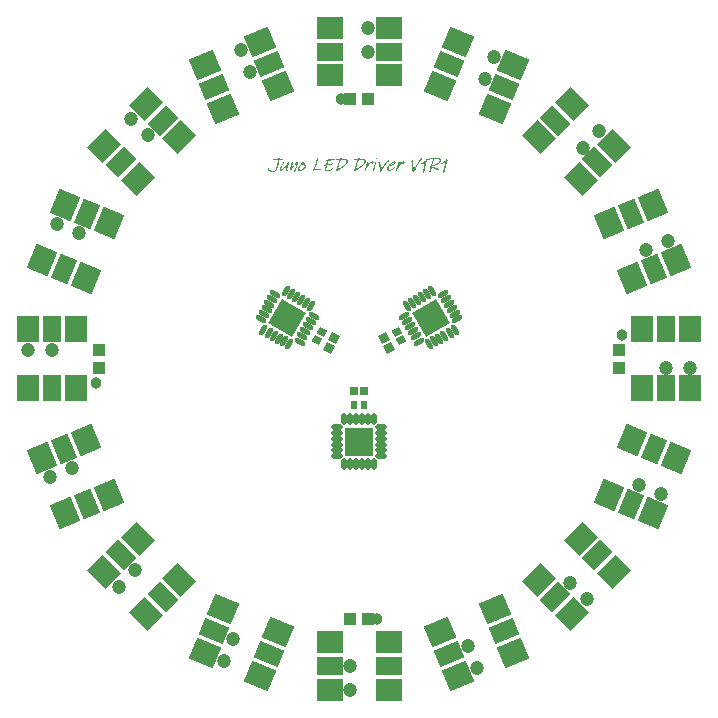
<source format=gts>
G04*
G04 #@! TF.GenerationSoftware,Altium Limited,Altium Designer,18.1.6 (161)*
G04*
G04 Layer_Color=8388736*
%FSLAX24Y24*%
%MOIN*%
G70*
G01*
G75*
%ADD47R,0.0395X0.0395*%
G04:AMPARAMS|DCode=48|XSize=59.2mil|YSize=86.7mil|CornerRadius=0mil|HoleSize=0mil|Usage=FLASHONLY|Rotation=67.500|XOffset=0mil|YOffset=0mil|HoleType=Round|Shape=Rectangle|*
%AMROTATEDRECTD48*
4,1,4,0.0287,-0.0439,-0.0514,-0.0107,-0.0287,0.0439,0.0514,0.0107,0.0287,-0.0439,0.0*
%
%ADD48ROTATEDRECTD48*%

G04:AMPARAMS|DCode=49|XSize=74.9mil|YSize=86.7mil|CornerRadius=0mil|HoleSize=0mil|Usage=FLASHONLY|Rotation=67.500|XOffset=0mil|YOffset=0mil|HoleType=Round|Shape=Rectangle|*
%AMROTATEDRECTD49*
4,1,4,0.0257,-0.0512,-0.0544,-0.0180,-0.0257,0.0512,0.0544,0.0180,0.0257,-0.0512,0.0*
%
%ADD49ROTATEDRECTD49*%

G04:AMPARAMS|DCode=50|XSize=59.2mil|YSize=86.7mil|CornerRadius=0mil|HoleSize=0mil|Usage=FLASHONLY|Rotation=337.500|XOffset=0mil|YOffset=0mil|HoleType=Round|Shape=Rectangle|*
%AMROTATEDRECTD50*
4,1,4,-0.0439,-0.0287,-0.0107,0.0514,0.0439,0.0287,0.0107,-0.0514,-0.0439,-0.0287,0.0*
%
%ADD50ROTATEDRECTD50*%

G04:AMPARAMS|DCode=51|XSize=74.9mil|YSize=86.7mil|CornerRadius=0mil|HoleSize=0mil|Usage=FLASHONLY|Rotation=337.500|XOffset=0mil|YOffset=0mil|HoleType=Round|Shape=Rectangle|*
%AMROTATEDRECTD51*
4,1,4,-0.0512,-0.0257,-0.0180,0.0544,0.0512,0.0257,0.0180,-0.0544,-0.0512,-0.0257,0.0*
%
%ADD51ROTATEDRECTD51*%

G04:AMPARAMS|DCode=52|XSize=59.2mil|YSize=86.7mil|CornerRadius=0mil|HoleSize=0mil|Usage=FLASHONLY|Rotation=45.000|XOffset=0mil|YOffset=0mil|HoleType=Round|Shape=Rectangle|*
%AMROTATEDRECTD52*
4,1,4,0.0097,-0.0516,-0.0516,0.0097,-0.0097,0.0516,0.0516,-0.0097,0.0097,-0.0516,0.0*
%
%ADD52ROTATEDRECTD52*%

G04:AMPARAMS|DCode=53|XSize=74.9mil|YSize=86.7mil|CornerRadius=0mil|HoleSize=0mil|Usage=FLASHONLY|Rotation=45.000|XOffset=0mil|YOffset=0mil|HoleType=Round|Shape=Rectangle|*
%AMROTATEDRECTD53*
4,1,4,0.0042,-0.0572,-0.0572,0.0042,-0.0042,0.0572,0.0572,-0.0042,0.0042,-0.0572,0.0*
%
%ADD53ROTATEDRECTD53*%

G04:AMPARAMS|DCode=54|XSize=59.2mil|YSize=86.7mil|CornerRadius=0mil|HoleSize=0mil|Usage=FLASHONLY|Rotation=315.000|XOffset=0mil|YOffset=0mil|HoleType=Round|Shape=Rectangle|*
%AMROTATEDRECTD54*
4,1,4,-0.0516,-0.0097,0.0097,0.0516,0.0516,0.0097,-0.0097,-0.0516,-0.0516,-0.0097,0.0*
%
%ADD54ROTATEDRECTD54*%

G04:AMPARAMS|DCode=55|XSize=74.9mil|YSize=86.7mil|CornerRadius=0mil|HoleSize=0mil|Usage=FLASHONLY|Rotation=315.000|XOffset=0mil|YOffset=0mil|HoleType=Round|Shape=Rectangle|*
%AMROTATEDRECTD55*
4,1,4,-0.0572,-0.0042,0.0042,0.0572,0.0572,0.0042,-0.0042,-0.0572,-0.0572,-0.0042,0.0*
%
%ADD55ROTATEDRECTD55*%

G04:AMPARAMS|DCode=56|XSize=59.2mil|YSize=86.7mil|CornerRadius=0mil|HoleSize=0mil|Usage=FLASHONLY|Rotation=22.500|XOffset=0mil|YOffset=0mil|HoleType=Round|Shape=Rectangle|*
%AMROTATEDRECTD56*
4,1,4,-0.0107,-0.0514,-0.0439,0.0287,0.0107,0.0514,0.0439,-0.0287,-0.0107,-0.0514,0.0*
%
%ADD56ROTATEDRECTD56*%

G04:AMPARAMS|DCode=57|XSize=74.9mil|YSize=86.7mil|CornerRadius=0mil|HoleSize=0mil|Usage=FLASHONLY|Rotation=22.500|XOffset=0mil|YOffset=0mil|HoleType=Round|Shape=Rectangle|*
%AMROTATEDRECTD57*
4,1,4,-0.0180,-0.0544,-0.0512,0.0257,0.0180,0.0544,0.0512,-0.0257,-0.0180,-0.0544,0.0*
%
%ADD57ROTATEDRECTD57*%

G04:AMPARAMS|DCode=58|XSize=59.2mil|YSize=86.7mil|CornerRadius=0mil|HoleSize=0mil|Usage=FLASHONLY|Rotation=292.500|XOffset=0mil|YOffset=0mil|HoleType=Round|Shape=Rectangle|*
%AMROTATEDRECTD58*
4,1,4,-0.0514,0.0107,0.0287,0.0439,0.0514,-0.0107,-0.0287,-0.0439,-0.0514,0.0107,0.0*
%
%ADD58ROTATEDRECTD58*%

G04:AMPARAMS|DCode=59|XSize=74.9mil|YSize=86.7mil|CornerRadius=0mil|HoleSize=0mil|Usage=FLASHONLY|Rotation=292.500|XOffset=0mil|YOffset=0mil|HoleType=Round|Shape=Rectangle|*
%AMROTATEDRECTD59*
4,1,4,-0.0544,0.0180,0.0257,0.0512,0.0544,-0.0180,-0.0257,-0.0512,-0.0544,0.0180,0.0*
%
%ADD59ROTATEDRECTD59*%

%ADD60R,0.0592X0.0867*%
%ADD61R,0.0749X0.0867*%
%ADD62R,0.0867X0.0592*%
%ADD63R,0.0867X0.0749*%
%ADD64R,0.0395X0.0395*%
%ADD65R,0.0237X0.0277*%
G04:AMPARAMS|DCode=66|XSize=23.7mil|YSize=27.7mil|CornerRadius=0mil|HoleSize=0mil|Usage=FLASHONLY|Rotation=60.000|XOffset=0mil|YOffset=0mil|HoleType=Round|Shape=Rectangle|*
%AMROTATEDRECTD66*
4,1,4,0.0061,-0.0172,-0.0179,-0.0034,-0.0061,0.0172,0.0179,0.0034,0.0061,-0.0172,0.0*
%
%ADD66ROTATEDRECTD66*%

G04:AMPARAMS|DCode=67|XSize=23.7mil|YSize=27.7mil|CornerRadius=0mil|HoleSize=0mil|Usage=FLASHONLY|Rotation=300.000|XOffset=0mil|YOffset=0mil|HoleType=Round|Shape=Rectangle|*
%AMROTATEDRECTD67*
4,1,4,-0.0179,0.0034,0.0061,0.0172,0.0179,-0.0034,-0.0061,-0.0172,-0.0179,0.0034,0.0*
%
%ADD67ROTATEDRECTD67*%

%ADD68O,0.0395X0.0178*%
%ADD69O,0.0178X0.0395*%
%ADD70R,0.0919X0.0919*%
G04:AMPARAMS|DCode=71|XSize=17.8mil|YSize=39.5mil|CornerRadius=0mil|HoleSize=0mil|Usage=FLASHONLY|Rotation=330.000|XOffset=0mil|YOffset=0mil|HoleType=Round|Shape=Round|*
%AMOVALD71*
21,1,0.0217,0.0178,0.0000,0.0000,60.0*
1,1,0.0178,-0.0054,-0.0094*
1,1,0.0178,0.0054,0.0094*
%
%ADD71OVALD71*%

G04:AMPARAMS|DCode=72|XSize=17.8mil|YSize=39.5mil|CornerRadius=0mil|HoleSize=0mil|Usage=FLASHONLY|Rotation=240.000|XOffset=0mil|YOffset=0mil|HoleType=Round|Shape=Round|*
%AMOVALD72*
21,1,0.0217,0.0178,0.0000,0.0000,330.0*
1,1,0.0178,-0.0094,0.0054*
1,1,0.0178,0.0094,-0.0054*
%
%ADD72OVALD72*%

%ADD73P,0.1299X4X285.0*%
G04:AMPARAMS|DCode=74|XSize=17.8mil|YSize=39.5mil|CornerRadius=0mil|HoleSize=0mil|Usage=FLASHONLY|Rotation=210.000|XOffset=0mil|YOffset=0mil|HoleType=Round|Shape=Round|*
%AMOVALD74*
21,1,0.0217,0.0178,0.0000,0.0000,300.0*
1,1,0.0178,-0.0054,0.0094*
1,1,0.0178,0.0054,-0.0094*
%
%ADD74OVALD74*%

G04:AMPARAMS|DCode=75|XSize=17.8mil|YSize=39.5mil|CornerRadius=0mil|HoleSize=0mil|Usage=FLASHONLY|Rotation=120.000|XOffset=0mil|YOffset=0mil|HoleType=Round|Shape=Round|*
%AMOVALD75*
21,1,0.0217,0.0178,0.0000,0.0000,210.0*
1,1,0.0178,0.0094,0.0054*
1,1,0.0178,-0.0094,-0.0054*
%
%ADD75OVALD75*%

%ADD76P,0.1299X4X165.0*%
%ADD77R,0.0297X0.0297*%
%ADD78P,0.0419X4X375.0*%
%ADD79P,0.0419X4X255.0*%
%ADD80C,0.0380*%
%ADD81C,0.0474*%
%ADD82C,0.0277*%
G36*
X-2652Y6700D02*
X-2650Y6699D01*
X-2647Y6696D01*
X-2646Y6692D01*
X-2645Y6687D01*
Y6686D01*
Y6684D01*
Y6682D01*
X-2646Y6679D01*
Y6675D01*
X-2647Y6670D01*
X-2647Y6664D01*
X-2633D01*
X-2627Y6664D01*
X-2620D01*
X-2607Y6665D01*
X-2606D01*
X-2604Y6666D01*
X-2601D01*
X-2598Y6667D01*
X-2591Y6667D01*
X-2588Y6668D01*
X-2586D01*
X-2584Y6669D01*
X-2580D01*
X-2576Y6670D01*
X-2568Y6670D01*
X-2564Y6671D01*
X-2557D01*
X-2553Y6670D01*
X-2548Y6668D01*
X-2547Y6667D01*
X-2545Y6666D01*
X-2544Y6662D01*
Y6661D01*
X-2545Y6658D01*
Y6657D01*
X-2545Y6656D01*
X-2547Y6654D01*
X-2548Y6651D01*
X-2553Y6644D01*
X-2557Y6640D01*
X-2561Y6637D01*
X-2562D01*
X-2563Y6635D01*
X-2566Y6634D01*
X-2569Y6632D01*
X-2576Y6629D01*
X-2584Y6626D01*
X-2585D01*
X-2588Y6625D01*
X-2590Y6624D01*
X-2598Y6624D01*
X-2607Y6622D01*
X-2619Y6621D01*
X-2632Y6619D01*
X-2646Y6618D01*
X-2660Y6618D01*
X-2661Y6605D01*
Y6605D01*
X-2662Y6602D01*
X-2663Y6599D01*
X-2663Y6594D01*
X-2665Y6588D01*
X-2666Y6581D01*
X-2668Y6573D01*
X-2670Y6564D01*
X-2672Y6554D01*
X-2674Y6543D01*
X-2679Y6522D01*
X-2684Y6498D01*
X-2690Y6475D01*
Y6474D01*
X-2690Y6472D01*
X-2691Y6469D01*
X-2693Y6464D01*
X-2693Y6459D01*
X-2695Y6452D01*
X-2697Y6445D01*
X-2699Y6436D01*
X-2704Y6418D01*
X-2710Y6398D01*
X-2717Y6377D01*
X-2724Y6356D01*
Y6355D01*
X-2725Y6353D01*
X-2726Y6349D01*
X-2728Y6344D01*
X-2730Y6339D01*
X-2733Y6333D01*
X-2740Y6317D01*
X-2749Y6301D01*
X-2760Y6285D01*
X-2771Y6269D01*
X-2778Y6263D01*
X-2785Y6257D01*
X-2786D01*
X-2787Y6255D01*
X-2789Y6254D01*
X-2792Y6253D01*
X-2795Y6250D01*
X-2800Y6247D01*
X-2806Y6245D01*
X-2811Y6242D01*
X-2825Y6237D01*
X-2842Y6231D01*
X-2861Y6228D01*
X-2882Y6227D01*
X-2889D01*
X-2896Y6228D01*
X-2906Y6229D01*
X-2919Y6231D01*
X-2932Y6234D01*
X-2947Y6239D01*
X-2962Y6245D01*
X-2963D01*
X-2964Y6245D01*
X-2967Y6246D01*
X-2970Y6247D01*
X-2977Y6251D01*
X-2987Y6256D01*
X-2998Y6262D01*
X-3010Y6269D01*
X-3021Y6277D01*
X-3031Y6287D01*
X-3032Y6288D01*
X-3035Y6291D01*
X-3040Y6296D01*
X-3044Y6303D01*
X-3048Y6311D01*
X-3050Y6320D01*
X-3051Y6328D01*
Y6333D01*
X-3050Y6338D01*
Y6339D01*
X-3049Y6340D01*
X-3048Y6342D01*
X-3046Y6345D01*
X-3043Y6348D01*
X-3040Y6352D01*
X-3036Y6355D01*
X-3031Y6359D01*
X-3031Y6360D01*
X-3029Y6360D01*
X-3026Y6363D01*
X-3023Y6365D01*
X-3013Y6371D01*
X-3002Y6376D01*
X-3002D01*
X-3000Y6377D01*
X-2997Y6378D01*
X-2994Y6379D01*
X-2986Y6382D01*
X-2983Y6383D01*
X-2978D01*
X-2974Y6382D01*
X-2970Y6380D01*
X-2967Y6378D01*
X-2967Y6376D01*
Y6375D01*
X-2966Y6372D01*
X-2965Y6368D01*
X-2966Y6366D01*
X-2967Y6364D01*
X-2968Y6361D01*
X-2972Y6358D01*
X-2975Y6355D01*
X-2978Y6353D01*
X-2979D01*
X-2980Y6352D01*
X-2984Y6351D01*
X-2988Y6349D01*
X-2991Y6347D01*
X-2992Y6347D01*
X-2994Y6346D01*
X-2996Y6342D01*
Y6341D01*
X-2997Y6340D01*
Y6337D01*
X-2996Y6334D01*
X-2994Y6330D01*
X-2992Y6325D01*
X-2988Y6319D01*
X-2983Y6312D01*
X-2982Y6312D01*
X-2979Y6309D01*
X-2975Y6306D01*
X-2970Y6302D01*
X-2962Y6297D01*
X-2954Y6292D01*
X-2944Y6287D01*
X-2933Y6282D01*
X-2932D01*
X-2932Y6281D01*
X-2928Y6280D01*
X-2921Y6278D01*
X-2913Y6276D01*
X-2904Y6273D01*
X-2894Y6271D01*
X-2883Y6270D01*
X-2871Y6269D01*
X-2862D01*
X-2857Y6270D01*
X-2849Y6271D01*
X-2843Y6271D01*
X-2835Y6273D01*
X-2829Y6274D01*
X-2828D01*
X-2826Y6276D01*
X-2822Y6277D01*
X-2818Y6280D01*
X-2814Y6283D01*
X-2808Y6287D01*
X-2803Y6292D01*
X-2797Y6298D01*
X-2796Y6299D01*
X-2794Y6302D01*
X-2791Y6306D01*
X-2787Y6313D01*
X-2783Y6321D01*
X-2779Y6331D01*
X-2773Y6343D01*
X-2768Y6357D01*
Y6358D01*
X-2768Y6360D01*
X-2766Y6364D01*
X-2764Y6370D01*
X-2762Y6377D01*
X-2760Y6386D01*
X-2757Y6397D01*
X-2753Y6410D01*
X-2749Y6424D01*
X-2745Y6441D01*
X-2741Y6459D01*
X-2736Y6479D01*
X-2731Y6500D01*
X-2725Y6524D01*
X-2720Y6551D01*
X-2714Y6578D01*
Y6579D01*
X-2714Y6581D01*
X-2713Y6584D01*
X-2712Y6586D01*
X-2710Y6594D01*
X-2709Y6603D01*
Y6604D01*
X-2708Y6605D01*
X-2707Y6610D01*
X-2706Y6614D01*
X-2706Y6616D01*
Y6618D01*
X-2747D01*
X-2757Y6618D01*
X-2776D01*
X-2779Y6619D01*
X-2784D01*
X-2795Y6620D01*
X-2808Y6621D01*
X-2821Y6621D01*
X-2834Y6623D01*
X-2846Y6624D01*
X-2847D01*
X-2848Y6625D01*
X-2852Y6626D01*
X-2858Y6629D01*
X-2862Y6633D01*
Y6634D01*
X-2863Y6635D01*
X-2865Y6639D01*
Y6645D01*
Y6648D01*
X-2863Y6653D01*
X-2862Y6654D01*
X-2861Y6656D01*
X-2858Y6660D01*
X-2854Y6664D01*
X-2852Y6664D01*
X-2849Y6667D01*
X-2844Y6669D01*
X-2838Y6670D01*
X-2830D01*
X-2826Y6669D01*
X-2821D01*
X-2809Y6667D01*
X-2805D01*
X-2802Y6667D01*
X-2798D01*
X-2793Y6666D01*
X-2781D01*
X-2768Y6665D01*
X-2752Y6664D01*
X-2734Y6664D01*
X-2696D01*
Y6664D01*
Y6665D01*
X-2695Y6670D01*
X-2694Y6675D01*
X-2692Y6681D01*
Y6682D01*
X-2691Y6683D01*
X-2689Y6686D01*
X-2684Y6691D01*
X-2678Y6696D01*
X-2677D01*
X-2676Y6697D01*
X-2674Y6698D01*
X-2671Y6699D01*
X-2665Y6702D01*
X-2658Y6702D01*
X-2655D01*
X-2652Y6700D01*
D02*
G37*
G36*
X593Y6704D02*
X596Y6702D01*
X597Y6702D01*
X600Y6700D01*
X603Y6697D01*
X606Y6692D01*
X607Y6691D01*
X608Y6688D01*
X611Y6684D01*
X613Y6678D01*
X614Y6677D01*
X616Y6673D01*
X616Y6670D01*
Y6666D01*
Y6665D01*
X615Y6664D01*
X613Y6661D01*
X611Y6658D01*
X606Y6655D01*
X600Y6652D01*
X593Y6651D01*
X584Y6650D01*
X581D01*
X579Y6651D01*
X576Y6651D01*
X569Y6654D01*
X565Y6656D01*
X562Y6660D01*
X561Y6661D01*
X560Y6662D01*
X557Y6667D01*
X555Y6673D01*
X554Y6676D01*
X555Y6680D01*
Y6680D01*
X556Y6681D01*
X558Y6685D01*
X562Y6691D01*
X565Y6694D01*
X569Y6697D01*
X570Y6697D01*
X571Y6698D01*
X573Y6699D01*
X576Y6701D01*
X583Y6703D01*
X587Y6705D01*
X592D01*
X593Y6704D01*
D02*
G37*
G36*
X-760Y6685D02*
X-758Y6683D01*
X-756Y6680D01*
Y6678D01*
X-757Y6673D01*
Y6672D01*
X-758Y6671D01*
X-759Y6669D01*
X-761Y6667D01*
X-764Y6664D01*
X-767Y6660D01*
X-771Y6657D01*
X-777Y6654D01*
X-777Y6654D01*
X-780Y6653D01*
X-785Y6651D01*
X-793Y6648D01*
X-801Y6645D01*
X-812Y6642D01*
X-824Y6638D01*
X-838Y6634D01*
X-839D01*
X-839Y6633D01*
X-842D01*
X-844Y6632D01*
X-852Y6630D01*
X-861Y6628D01*
X-871Y6626D01*
X-882Y6623D01*
X-893Y6621D01*
X-904Y6618D01*
X-905D01*
X-907Y6618D01*
X-910D01*
X-917Y6616D01*
X-928Y6615D01*
X-939Y6613D01*
X-952Y6611D01*
X-966Y6609D01*
X-980Y6608D01*
X-982D01*
X-986Y6607D01*
X-992Y6606D01*
X-999Y6605D01*
X-1007Y6605D01*
X-1014Y6604D01*
X-1019D01*
X-1021Y6603D01*
X-1022D01*
X-1023Y6602D01*
X-1024Y6598D01*
X-1026Y6592D01*
X-1029Y6584D01*
X-1032Y6573D01*
X-1036Y6562D01*
X-1040Y6549D01*
X-1044Y6535D01*
Y6534D01*
X-1045Y6533D01*
X-1046Y6529D01*
X-1048Y6522D01*
X-1050Y6515D01*
X-1053Y6507D01*
X-1055Y6500D01*
X-1057Y6493D01*
X-1058Y6489D01*
X-1057D01*
X-1054Y6489D01*
X-1049Y6490D01*
X-1042Y6492D01*
X-1032Y6493D01*
X-1019Y6495D01*
X-1012Y6497D01*
X-1004Y6498D01*
X-995Y6500D01*
X-986Y6501D01*
X-966Y6503D01*
X-966D01*
X-964Y6504D01*
X-962D01*
X-959Y6505D01*
X-952Y6506D01*
X-942Y6509D01*
X-931Y6512D01*
X-920Y6516D01*
X-909Y6522D01*
X-898Y6527D01*
X-898Y6528D01*
X-896Y6529D01*
X-893Y6530D01*
X-890Y6532D01*
X-882Y6536D01*
X-878Y6537D01*
X-874Y6538D01*
X-873D01*
X-870Y6537D01*
X-867Y6535D01*
X-865Y6530D01*
Y6529D01*
X-864Y6526D01*
Y6522D01*
X-865Y6517D01*
Y6516D01*
X-866Y6514D01*
X-869Y6511D01*
X-871Y6508D01*
X-877Y6503D01*
X-883Y6498D01*
X-892Y6493D01*
X-903Y6487D01*
X-904Y6487D01*
X-909Y6485D01*
X-914Y6483D01*
X-922Y6479D01*
X-933Y6476D01*
X-944Y6473D01*
X-955Y6470D01*
X-967Y6467D01*
X-968D01*
X-972Y6466D01*
X-978Y6465D01*
X-986Y6463D01*
X-995Y6462D01*
X-1006Y6460D01*
X-1017Y6458D01*
X-1030Y6456D01*
X-1031D01*
X-1035Y6455D01*
X-1041Y6454D01*
X-1046Y6453D01*
X-1053Y6452D01*
X-1060Y6452D01*
X-1065Y6451D01*
X-1068Y6450D01*
Y6449D01*
X-1069Y6446D01*
X-1070Y6441D01*
X-1073Y6434D01*
X-1075Y6425D01*
X-1077Y6416D01*
X-1080Y6406D01*
X-1083Y6395D01*
X-1089Y6371D01*
X-1093Y6346D01*
X-1095Y6334D01*
X-1097Y6323D01*
X-1097Y6312D01*
X-1098Y6302D01*
X-1097D01*
X-1096Y6301D01*
X-1093Y6301D01*
X-1089Y6300D01*
X-1085Y6298D01*
X-1080Y6297D01*
X-1069Y6295D01*
X-1068D01*
X-1066Y6294D01*
X-1062D01*
X-1057Y6293D01*
X-1052Y6293D01*
X-1044D01*
X-1036Y6292D01*
X-1022D01*
X-1017Y6293D01*
X-1009D01*
X-1002Y6293D01*
X-992Y6295D01*
X-974Y6298D01*
X-972D01*
X-969Y6300D01*
X-964Y6301D01*
X-958Y6304D01*
X-952Y6306D01*
X-944Y6309D01*
X-937Y6312D01*
X-931Y6315D01*
X-930Y6316D01*
X-928Y6317D01*
X-925Y6319D01*
X-922Y6321D01*
X-915Y6326D01*
X-913Y6329D01*
X-912Y6331D01*
Y6332D01*
X-911Y6333D01*
Y6338D01*
Y6339D01*
Y6341D01*
X-912Y6344D01*
X-912Y6347D01*
Y6347D01*
X-913Y6349D01*
X-914Y6351D01*
X-914Y6354D01*
Y6355D01*
X-915Y6357D01*
Y6360D01*
X-914Y6363D01*
Y6363D01*
X-914Y6365D01*
X-912Y6366D01*
X-910Y6369D01*
X-907Y6371D01*
X-903Y6373D01*
X-897Y6374D01*
X-890Y6375D01*
X-888D01*
X-886Y6374D01*
X-883Y6374D01*
X-880Y6372D01*
X-877Y6371D01*
X-874Y6368D01*
X-872Y6364D01*
Y6363D01*
X-871Y6363D01*
X-871Y6360D01*
X-870Y6358D01*
X-869Y6350D01*
Y6347D01*
X-871Y6342D01*
Y6341D01*
X-872Y6339D01*
X-874Y6334D01*
X-877Y6328D01*
X-882Y6322D01*
X-888Y6315D01*
X-896Y6306D01*
X-904Y6298D01*
X-906Y6298D01*
X-909Y6295D01*
X-914Y6291D01*
X-922Y6287D01*
X-931Y6282D01*
X-941Y6276D01*
X-954Y6271D01*
X-967Y6266D01*
X-968D01*
X-968Y6265D01*
X-971Y6264D01*
X-974Y6263D01*
X-981Y6262D01*
X-990Y6260D01*
X-1001Y6257D01*
X-1014Y6255D01*
X-1027Y6254D01*
X-1042Y6253D01*
X-1056D01*
X-1065Y6254D01*
X-1075D01*
X-1085Y6255D01*
X-1096Y6256D01*
X-1105Y6258D01*
X-1106D01*
X-1109Y6258D01*
X-1113Y6260D01*
X-1119Y6261D01*
X-1129Y6266D01*
X-1134Y6270D01*
X-1138Y6274D01*
X-1139Y6275D01*
X-1140Y6278D01*
X-1141Y6282D01*
X-1143Y6289D01*
X-1143Y6298D01*
Y6308D01*
X-1143Y6321D01*
X-1140Y6336D01*
Y6336D01*
X-1140Y6338D01*
Y6340D01*
X-1139Y6344D01*
X-1138Y6347D01*
X-1137Y6352D01*
X-1135Y6358D01*
X-1134Y6366D01*
X-1132Y6373D01*
X-1130Y6381D01*
X-1125Y6399D01*
X-1120Y6419D01*
X-1113Y6443D01*
X-1115Y6442D01*
X-1119Y6441D01*
X-1122Y6441D01*
X-1125Y6439D01*
X-1130Y6438D01*
X-1135Y6438D01*
X-1138D01*
X-1140Y6437D01*
X-1144D01*
X-1151Y6436D01*
X-1159Y6436D01*
X-1160D01*
X-1165Y6436D01*
X-1169Y6438D01*
X-1173Y6442D01*
X-1174Y6444D01*
X-1175Y6446D01*
X-1175Y6452D01*
X-1175Y6458D01*
X-1174Y6459D01*
X-1173Y6462D01*
X-1171Y6465D01*
X-1169Y6468D01*
X-1168Y6469D01*
X-1166Y6471D01*
X-1162Y6473D01*
X-1157Y6475D01*
X-1156D01*
X-1153Y6476D01*
X-1149D01*
X-1145Y6476D01*
X-1135Y6477D01*
X-1130Y6478D01*
X-1126D01*
X-1104Y6481D01*
Y6481D01*
X-1103Y6484D01*
X-1102Y6488D01*
X-1100Y6493D01*
X-1098Y6500D01*
X-1096Y6507D01*
X-1093Y6515D01*
X-1091Y6524D01*
X-1085Y6543D01*
X-1079Y6562D01*
X-1073Y6582D01*
X-1068Y6600D01*
X-1073D01*
X-1076Y6600D01*
X-1105Y6599D01*
X-1107D01*
X-1111Y6600D01*
X-1114Y6601D01*
X-1118Y6603D01*
X-1119Y6604D01*
X-1119Y6607D01*
Y6610D01*
X-1119Y6615D01*
Y6616D01*
X-1117Y6618D01*
X-1115Y6621D01*
X-1112Y6626D01*
X-1108Y6630D01*
X-1102Y6635D01*
X-1095Y6638D01*
X-1085Y6641D01*
X-1084D01*
X-1079Y6642D01*
X-1073Y6643D01*
X-1065Y6643D01*
X-1064D01*
X-1062Y6644D01*
X-1058Y6645D01*
X-1053Y6645D01*
X-1051D01*
X-1050Y6646D01*
X-1048Y6648D01*
X-1044Y6650D01*
X-1040Y6652D01*
X-1035Y6654D01*
X-1029Y6656D01*
X-1023Y6658D01*
X-1017Y6659D01*
X-1016D01*
X-1013Y6658D01*
X-1011Y6656D01*
X-1010Y6652D01*
Y6651D01*
X-1009Y6649D01*
X-1009Y6648D01*
X-1008Y6649D01*
X-1001D01*
X-998Y6650D01*
X-994D01*
X-984Y6651D01*
X-971Y6651D01*
X-955Y6654D01*
X-936Y6655D01*
X-914Y6658D01*
X-912D01*
X-910Y6659D01*
X-907Y6659D01*
X-903D01*
X-898Y6661D01*
X-892Y6662D01*
X-885Y6663D01*
X-877Y6664D01*
X-868Y6666D01*
X-858Y6668D01*
X-847Y6670D01*
X-835Y6672D01*
X-822Y6675D01*
X-808Y6678D01*
X-793Y6681D01*
X-766Y6686D01*
X-764D01*
X-760Y6685D01*
D02*
G37*
G36*
X1487Y6584D02*
X1496Y6581D01*
X1504Y6577D01*
X1505D01*
X1507Y6575D01*
X1511Y6573D01*
X1516Y6567D01*
X1520Y6559D01*
Y6559D01*
X1521Y6557D01*
X1522Y6555D01*
X1523Y6553D01*
X1523Y6546D01*
X1523Y6542D01*
X1522Y6538D01*
X1521Y6536D01*
X1519Y6532D01*
X1517Y6530D01*
X1514Y6527D01*
X1510Y6524D01*
X1506Y6520D01*
X1505D01*
X1504Y6519D01*
X1501Y6517D01*
X1499Y6516D01*
X1492Y6513D01*
X1488Y6512D01*
X1485Y6511D01*
X1484D01*
X1481Y6512D01*
X1477Y6514D01*
X1474Y6516D01*
X1474Y6516D01*
X1472Y6519D01*
X1470Y6523D01*
X1468Y6528D01*
Y6529D01*
X1466Y6532D01*
X1464Y6534D01*
X1461Y6537D01*
X1461Y6538D01*
X1458Y6539D01*
X1455Y6540D01*
X1451Y6540D01*
X1450D01*
X1448Y6540D01*
X1445Y6538D01*
X1439Y6535D01*
X1431Y6530D01*
X1426Y6526D01*
X1420Y6521D01*
X1415Y6516D01*
X1407Y6510D01*
X1400Y6503D01*
X1392Y6495D01*
X1391Y6494D01*
X1390Y6492D01*
X1388Y6490D01*
X1384Y6487D01*
X1380Y6482D01*
X1375Y6476D01*
X1369Y6471D01*
X1363Y6463D01*
X1356Y6455D01*
X1348Y6446D01*
X1340Y6437D01*
X1332Y6426D01*
X1313Y6403D01*
X1294Y6378D01*
Y6377D01*
X1294Y6376D01*
X1293Y6373D01*
X1291Y6369D01*
X1290Y6365D01*
X1289Y6358D01*
X1286Y6352D01*
X1284Y6344D01*
Y6343D01*
X1283Y6340D01*
X1282Y6336D01*
X1281Y6331D01*
X1278Y6321D01*
X1277Y6316D01*
X1275Y6312D01*
X1269Y6285D01*
Y6285D01*
X1268Y6284D01*
X1266Y6280D01*
X1262Y6274D01*
X1257Y6267D01*
X1256Y6266D01*
X1251Y6263D01*
X1245Y6260D01*
X1240Y6259D01*
X1235Y6258D01*
X1235D01*
X1233Y6259D01*
X1230Y6260D01*
X1228Y6262D01*
X1226Y6266D01*
X1224Y6271D01*
Y6279D01*
X1226Y6289D01*
Y6290D01*
X1227Y6290D01*
X1227Y6295D01*
X1230Y6302D01*
X1232Y6312D01*
X1235Y6324D01*
X1240Y6339D01*
X1245Y6355D01*
X1251Y6375D01*
Y6376D01*
X1252Y6377D01*
X1253Y6381D01*
X1254Y6385D01*
X1256Y6390D01*
X1258Y6397D01*
X1260Y6405D01*
X1263Y6414D01*
X1264Y6415D01*
X1265Y6418D01*
X1267Y6424D01*
X1269Y6431D01*
X1272Y6441D01*
X1275Y6451D01*
X1279Y6463D01*
X1283Y6476D01*
Y6476D01*
X1283Y6478D01*
X1284Y6481D01*
X1286Y6484D01*
X1287Y6489D01*
X1289Y6494D01*
X1292Y6506D01*
X1296Y6518D01*
X1300Y6530D01*
X1304Y6542D01*
X1308Y6552D01*
Y6553D01*
X1309Y6555D01*
X1311Y6559D01*
X1314Y6562D01*
X1318Y6566D01*
X1324Y6570D01*
X1330Y6572D01*
X1338Y6573D01*
X1340D01*
X1346Y6571D01*
X1349Y6570D01*
X1351Y6567D01*
X1353Y6565D01*
Y6561D01*
Y6560D01*
Y6559D01*
X1352Y6556D01*
X1351Y6552D01*
X1350Y6546D01*
X1348Y6540D01*
X1346Y6532D01*
X1343Y6523D01*
X1312Y6433D01*
X1313Y6435D01*
X1315Y6438D01*
X1320Y6446D01*
X1326Y6457D01*
X1334Y6469D01*
X1343Y6482D01*
X1354Y6496D01*
X1367Y6510D01*
X1367Y6511D01*
X1368Y6511D01*
X1372Y6516D01*
X1379Y6522D01*
X1387Y6530D01*
X1397Y6539D01*
X1407Y6548D01*
X1418Y6557D01*
X1429Y6565D01*
X1431Y6565D01*
X1434Y6567D01*
X1439Y6571D01*
X1446Y6575D01*
X1454Y6578D01*
X1462Y6581D01*
X1470Y6584D01*
X1477Y6584D01*
X1483D01*
X1487Y6584D01*
D02*
G37*
G36*
X447D02*
X455Y6581D01*
X464Y6577D01*
X465D01*
X466Y6575D01*
X471Y6573D01*
X476Y6567D01*
X480Y6559D01*
Y6559D01*
X481Y6557D01*
X482Y6555D01*
X482Y6553D01*
X483Y6546D01*
X482Y6542D01*
X482Y6538D01*
X481Y6536D01*
X479Y6532D01*
X476Y6530D01*
X474Y6527D01*
X470Y6524D01*
X466Y6520D01*
X465D01*
X463Y6519D01*
X461Y6517D01*
X458Y6516D01*
X452Y6513D01*
X448Y6512D01*
X445Y6511D01*
X444D01*
X441Y6512D01*
X437Y6514D01*
X434Y6516D01*
X433Y6516D01*
X432Y6519D01*
X430Y6523D01*
X428Y6528D01*
Y6529D01*
X426Y6532D01*
X424Y6534D01*
X421Y6537D01*
X420Y6538D01*
X418Y6539D01*
X415Y6540D01*
X411Y6540D01*
X410D01*
X408Y6540D01*
X404Y6538D01*
X398Y6535D01*
X390Y6530D01*
X385Y6526D01*
X380Y6521D01*
X374Y6516D01*
X367Y6510D01*
X360Y6503D01*
X352Y6495D01*
X351Y6494D01*
X350Y6492D01*
X347Y6490D01*
X344Y6487D01*
X339Y6482D01*
X335Y6476D01*
X329Y6471D01*
X323Y6463D01*
X315Y6455D01*
X308Y6446D01*
X300Y6437D01*
X291Y6426D01*
X273Y6403D01*
X254Y6378D01*
Y6377D01*
X253Y6376D01*
X253Y6373D01*
X251Y6369D01*
X250Y6365D01*
X248Y6358D01*
X246Y6352D01*
X244Y6344D01*
Y6343D01*
X243Y6340D01*
X242Y6336D01*
X241Y6331D01*
X238Y6321D01*
X237Y6316D01*
X235Y6312D01*
X229Y6285D01*
Y6285D01*
X228Y6284D01*
X226Y6280D01*
X222Y6274D01*
X217Y6267D01*
X215Y6266D01*
X211Y6263D01*
X205Y6260D01*
X200Y6259D01*
X195Y6258D01*
X194D01*
X193Y6259D01*
X190Y6260D01*
X188Y6262D01*
X186Y6266D01*
X184Y6271D01*
Y6279D01*
X186Y6289D01*
Y6290D01*
X186Y6290D01*
X187Y6295D01*
X189Y6302D01*
X191Y6312D01*
X195Y6324D01*
X199Y6339D01*
X205Y6355D01*
X211Y6375D01*
Y6376D01*
X212Y6377D01*
X213Y6381D01*
X214Y6385D01*
X215Y6390D01*
X218Y6397D01*
X220Y6405D01*
X223Y6414D01*
X223Y6415D01*
X224Y6418D01*
X226Y6424D01*
X229Y6431D01*
X232Y6441D01*
X234Y6451D01*
X239Y6463D01*
X242Y6476D01*
Y6476D01*
X243Y6478D01*
X244Y6481D01*
X245Y6484D01*
X247Y6489D01*
X248Y6494D01*
X252Y6506D01*
X256Y6518D01*
X260Y6530D01*
X264Y6542D01*
X267Y6552D01*
Y6553D01*
X269Y6555D01*
X271Y6559D01*
X274Y6562D01*
X277Y6566D01*
X283Y6570D01*
X290Y6572D01*
X298Y6573D01*
X300D01*
X306Y6571D01*
X309Y6570D01*
X311Y6567D01*
X312Y6565D01*
Y6561D01*
Y6560D01*
Y6559D01*
X312Y6556D01*
X311Y6552D01*
X310Y6546D01*
X308Y6540D01*
X306Y6532D01*
X303Y6523D01*
X272Y6433D01*
X273Y6435D01*
X275Y6438D01*
X280Y6446D01*
X285Y6457D01*
X293Y6469D01*
X303Y6482D01*
X314Y6496D01*
X326Y6510D01*
X327Y6511D01*
X328Y6511D01*
X332Y6516D01*
X339Y6522D01*
X347Y6530D01*
X357Y6539D01*
X367Y6548D01*
X378Y6557D01*
X389Y6565D01*
X390Y6565D01*
X394Y6567D01*
X399Y6571D01*
X406Y6575D01*
X414Y6578D01*
X422Y6581D01*
X430Y6584D01*
X437Y6584D01*
X443D01*
X447Y6584D01*
D02*
G37*
G36*
X17Y6683D02*
X27D01*
X38Y6682D01*
X50Y6681D01*
X64Y6680D01*
X78Y6678D01*
X92Y6677D01*
X122Y6672D01*
X151Y6665D01*
X165Y6662D01*
X178Y6656D01*
X178D01*
X180Y6655D01*
X183Y6654D01*
X187Y6651D01*
X197Y6645D01*
X202Y6640D01*
X207Y6635D01*
X212Y6629D01*
X217Y6623D01*
X221Y6615D01*
X223Y6607D01*
X225Y6598D01*
Y6588D01*
X223Y6577D01*
X221Y6565D01*
Y6565D01*
X220Y6563D01*
X218Y6560D01*
X217Y6557D01*
X215Y6552D01*
X213Y6547D01*
X206Y6535D01*
X198Y6520D01*
X187Y6504D01*
X174Y6487D01*
X159Y6470D01*
X158Y6469D01*
X156Y6468D01*
X154Y6465D01*
X151Y6462D01*
X146Y6457D01*
X140Y6452D01*
X134Y6446D01*
X127Y6441D01*
X118Y6433D01*
X108Y6425D01*
X98Y6417D01*
X87Y6409D01*
X75Y6399D01*
X62Y6390D01*
X48Y6379D01*
X32Y6369D01*
X32Y6368D01*
X30Y6368D01*
X27Y6366D01*
X24Y6363D01*
X19Y6360D01*
X14Y6357D01*
X8Y6352D01*
X1Y6348D01*
X-14Y6339D01*
X-32Y6328D01*
X-50Y6316D01*
X-69Y6304D01*
X-70D01*
X-71Y6303D01*
X-74Y6301D01*
X-77Y6299D01*
X-81Y6297D01*
X-86Y6294D01*
X-97Y6288D01*
X-110Y6282D01*
X-124Y6275D01*
X-136Y6269D01*
X-148Y6264D01*
X-148Y6263D01*
X-150Y6261D01*
X-153Y6257D01*
X-159Y6253D01*
X-160Y6253D01*
X-163Y6251D01*
X-168Y6249D01*
X-175Y6248D01*
X-177D01*
X-180Y6249D01*
X-184Y6250D01*
X-187Y6253D01*
X-188Y6253D01*
Y6255D01*
X-188Y6259D01*
X-187Y6265D01*
X-186Y6266D01*
X-185Y6268D01*
X-185Y6271D01*
X-183Y6274D01*
X-181Y6280D01*
X-177Y6288D01*
X-174Y6296D01*
X-173Y6298D01*
X-172Y6301D01*
X-169Y6306D01*
X-166Y6315D01*
X-162Y6324D01*
X-158Y6334D01*
X-153Y6347D01*
X-149Y6360D01*
Y6360D01*
X-148Y6363D01*
X-147Y6366D01*
X-145Y6370D01*
X-144Y6376D01*
X-142Y6382D01*
X-139Y6389D01*
X-137Y6397D01*
X-131Y6414D01*
X-125Y6433D01*
X-118Y6453D01*
X-113Y6472D01*
Y6473D01*
X-112Y6475D01*
X-110Y6478D01*
X-110Y6481D01*
X-108Y6487D01*
X-106Y6492D01*
X-102Y6505D01*
X-98Y6518D01*
X-93Y6532D01*
X-89Y6545D01*
X-87Y6550D01*
X-86Y6555D01*
Y6556D01*
X-85Y6557D01*
X-83Y6562D01*
X-81Y6568D01*
X-77Y6577D01*
X-73Y6586D01*
X-68Y6597D01*
X-63Y6606D01*
X-57Y6616D01*
X-56Y6616D01*
X-54Y6619D01*
X-51Y6622D01*
X-48Y6626D01*
X-43Y6629D01*
X-37Y6633D01*
X-30Y6635D01*
X-24Y6636D01*
X-20D01*
X-16Y6635D01*
X-12Y6633D01*
X-11Y6632D01*
X-9Y6631D01*
X-8Y6627D01*
Y6625D01*
X-9Y6622D01*
X-10Y6621D01*
X-11Y6619D01*
X-12Y6617D01*
X-14Y6614D01*
X-16Y6610D01*
X-20Y6605D01*
X-24Y6599D01*
X-24Y6598D01*
X-26Y6596D01*
X-27Y6592D01*
X-30Y6588D01*
X-33Y6583D01*
X-35Y6578D01*
X-40Y6565D01*
Y6565D01*
X-41Y6563D01*
X-42Y6560D01*
X-43Y6557D01*
X-45Y6552D01*
X-47Y6547D01*
X-49Y6540D01*
X-51Y6534D01*
X-56Y6519D01*
X-62Y6501D01*
X-68Y6483D01*
X-74Y6463D01*
Y6463D01*
X-75Y6460D01*
X-76Y6456D01*
X-78Y6451D01*
X-80Y6445D01*
X-82Y6438D01*
X-87Y6422D01*
X-93Y6405D01*
X-98Y6389D01*
X-100Y6382D01*
X-102Y6375D01*
X-105Y6369D01*
X-106Y6365D01*
Y6364D01*
X-107Y6363D01*
X-107Y6360D01*
X-108Y6358D01*
X-111Y6350D01*
X-114Y6341D01*
X-117Y6333D01*
X-120Y6325D01*
X-121Y6321D01*
X-122Y6318D01*
X-123Y6317D01*
X-124Y6315D01*
X-123Y6316D01*
X-121Y6317D01*
X-116Y6319D01*
X-110Y6323D01*
X-102Y6327D01*
X-91Y6333D01*
X-78Y6340D01*
X-70Y6344D01*
X-62Y6349D01*
X-61D01*
X-59Y6351D01*
X-57Y6352D01*
X-54Y6354D01*
X-49Y6357D01*
X-45Y6360D01*
X-33Y6366D01*
X-21Y6374D01*
X-7Y6382D01*
X6Y6390D01*
X19Y6399D01*
X20Y6400D01*
X22Y6401D01*
X26Y6403D01*
X31Y6407D01*
X37Y6411D01*
X43Y6416D01*
X51Y6422D01*
X59Y6428D01*
X76Y6441D01*
X94Y6455D01*
X110Y6470D01*
X119Y6477D01*
X126Y6484D01*
X127Y6485D01*
X127Y6486D01*
X129Y6488D01*
X132Y6491D01*
X138Y6498D01*
X146Y6508D01*
X155Y6520D01*
X163Y6533D01*
X171Y6548D01*
X177Y6562D01*
Y6563D01*
X178Y6565D01*
Y6567D01*
X178Y6570D01*
X179Y6578D01*
X178Y6587D01*
X176Y6592D01*
X174Y6597D01*
X171Y6602D01*
X167Y6608D01*
X162Y6613D01*
X155Y6617D01*
X147Y6621D01*
X137Y6625D01*
X137D01*
X135Y6626D01*
X132Y6627D01*
X127Y6628D01*
X122Y6629D01*
X115Y6631D01*
X107Y6632D01*
X98Y6635D01*
X87Y6636D01*
X76Y6637D01*
X63Y6639D01*
X49Y6640D01*
X34Y6642D01*
X18Y6643D01*
X0Y6643D01*
X-30D01*
X-40Y6643D01*
X-51Y6642D01*
X-66Y6640D01*
X-83Y6638D01*
X-102Y6636D01*
X-105D01*
X-107Y6635D01*
X-110D01*
X-115Y6635D01*
X-120Y6633D01*
X-126Y6632D01*
X-134Y6630D01*
X-135D01*
X-137Y6629D01*
X-141Y6629D01*
X-146Y6627D01*
X-151Y6627D01*
X-153D01*
X-156Y6628D01*
X-160Y6631D01*
X-161Y6633D01*
X-163Y6637D01*
Y6637D01*
Y6639D01*
X-164Y6641D01*
Y6643D01*
X-163Y6651D01*
X-161Y6658D01*
X-161Y6659D01*
X-159Y6662D01*
X-156Y6664D01*
X-152Y6667D01*
X-151D01*
X-150Y6668D01*
X-146Y6670D01*
X-140Y6672D01*
X-132Y6673D01*
X-131D01*
X-129Y6674D01*
X-126D01*
X-118Y6675D01*
X-110Y6676D01*
X-99Y6678D01*
X-89Y6678D01*
X-77Y6680D01*
X-66Y6680D01*
X-64D01*
X-61Y6681D01*
X-55D01*
X-47Y6682D01*
X-37Y6683D01*
X-27D01*
X-15Y6683D01*
X9D01*
X17Y6683D01*
D02*
G37*
G36*
X-583Y6683D02*
X-573D01*
X-562Y6682D01*
X-550Y6681D01*
X-536Y6680D01*
X-522Y6678D01*
X-508Y6677D01*
X-478Y6672D01*
X-449Y6665D01*
X-435Y6662D01*
X-422Y6656D01*
X-422D01*
X-419Y6655D01*
X-417Y6654D01*
X-413Y6651D01*
X-403Y6645D01*
X-398Y6640D01*
X-393Y6635D01*
X-388Y6629D01*
X-383Y6623D01*
X-379Y6615D01*
X-377Y6607D01*
X-375Y6598D01*
Y6588D01*
X-376Y6577D01*
X-379Y6565D01*
Y6565D01*
X-380Y6563D01*
X-382Y6560D01*
X-383Y6557D01*
X-384Y6552D01*
X-387Y6547D01*
X-394Y6535D01*
X-402Y6520D01*
X-413Y6504D01*
X-426Y6487D01*
X-441Y6470D01*
X-442Y6469D01*
X-444Y6468D01*
X-446Y6465D01*
X-449Y6462D01*
X-454Y6457D01*
X-460Y6452D01*
X-466Y6446D01*
X-473Y6441D01*
X-482Y6433D01*
X-492Y6425D01*
X-502Y6417D01*
X-513Y6409D01*
X-525Y6399D01*
X-538Y6390D01*
X-552Y6379D01*
X-567Y6369D01*
X-568Y6368D01*
X-570Y6368D01*
X-573Y6366D01*
X-576Y6363D01*
X-581Y6360D01*
X-586Y6357D01*
X-592Y6352D01*
X-599Y6348D01*
X-614Y6339D01*
X-632Y6328D01*
X-650Y6316D01*
X-669Y6304D01*
X-670D01*
X-671Y6303D01*
X-674Y6301D01*
X-677Y6299D01*
X-681Y6297D01*
X-686Y6294D01*
X-697Y6288D01*
X-710Y6282D01*
X-723Y6275D01*
X-736Y6269D01*
X-748Y6264D01*
X-748Y6263D01*
X-750Y6261D01*
X-753Y6257D01*
X-758Y6253D01*
X-760Y6253D01*
X-763Y6251D01*
X-768Y6249D01*
X-775Y6248D01*
X-777D01*
X-780Y6249D01*
X-784Y6250D01*
X-787Y6253D01*
X-788Y6253D01*
Y6255D01*
X-788Y6259D01*
X-787Y6265D01*
X-786Y6266D01*
X-785Y6268D01*
X-785Y6271D01*
X-783Y6274D01*
X-781Y6280D01*
X-777Y6288D01*
X-774Y6296D01*
X-773Y6298D01*
X-772Y6301D01*
X-769Y6306D01*
X-766Y6315D01*
X-762Y6324D01*
X-758Y6334D01*
X-753Y6347D01*
X-749Y6360D01*
Y6360D01*
X-748Y6363D01*
X-747Y6366D01*
X-745Y6370D01*
X-744Y6376D01*
X-742Y6382D01*
X-739Y6389D01*
X-737Y6397D01*
X-731Y6414D01*
X-725Y6433D01*
X-718Y6453D01*
X-713Y6472D01*
Y6473D01*
X-712Y6475D01*
X-710Y6478D01*
X-710Y6481D01*
X-708Y6487D01*
X-706Y6492D01*
X-702Y6505D01*
X-698Y6518D01*
X-693Y6532D01*
X-689Y6545D01*
X-687Y6550D01*
X-686Y6555D01*
Y6556D01*
X-685Y6557D01*
X-683Y6562D01*
X-680Y6568D01*
X-677Y6577D01*
X-673Y6586D01*
X-668Y6597D01*
X-663Y6606D01*
X-657Y6616D01*
X-656Y6616D01*
X-654Y6618D01*
X-651Y6622D01*
X-648Y6626D01*
X-643Y6629D01*
X-637Y6633D01*
X-630Y6635D01*
X-624Y6636D01*
X-620D01*
X-616Y6635D01*
X-612Y6633D01*
X-611Y6632D01*
X-609Y6631D01*
X-608Y6627D01*
Y6625D01*
X-609Y6622D01*
X-610Y6621D01*
X-610Y6619D01*
X-612Y6617D01*
X-614Y6614D01*
X-616Y6610D01*
X-620Y6605D01*
X-624Y6599D01*
X-624Y6598D01*
X-626Y6596D01*
X-627Y6592D01*
X-630Y6588D01*
X-633Y6583D01*
X-635Y6578D01*
X-640Y6565D01*
Y6565D01*
X-641Y6563D01*
X-642Y6560D01*
X-643Y6557D01*
X-645Y6552D01*
X-647Y6547D01*
X-649Y6540D01*
X-651Y6534D01*
X-656Y6519D01*
X-662Y6501D01*
X-668Y6483D01*
X-674Y6463D01*
Y6463D01*
X-675Y6460D01*
X-676Y6456D01*
X-678Y6451D01*
X-680Y6445D01*
X-682Y6438D01*
X-687Y6422D01*
X-693Y6405D01*
X-698Y6389D01*
X-700Y6382D01*
X-702Y6375D01*
X-705Y6369D01*
X-706Y6365D01*
Y6364D01*
X-707Y6363D01*
X-707Y6360D01*
X-708Y6358D01*
X-711Y6350D01*
X-714Y6341D01*
X-717Y6333D01*
X-720Y6325D01*
X-721Y6321D01*
X-722Y6318D01*
X-723Y6317D01*
X-723Y6315D01*
X-723Y6316D01*
X-721Y6317D01*
X-716Y6319D01*
X-710Y6323D01*
X-702Y6327D01*
X-691Y6333D01*
X-678Y6340D01*
X-670Y6344D01*
X-662Y6349D01*
X-661D01*
X-659Y6351D01*
X-657Y6352D01*
X-654Y6354D01*
X-649Y6357D01*
X-645Y6360D01*
X-633Y6366D01*
X-621Y6374D01*
X-607Y6382D01*
X-594Y6390D01*
X-581Y6399D01*
X-580Y6400D01*
X-578Y6401D01*
X-574Y6403D01*
X-569Y6407D01*
X-563Y6411D01*
X-557Y6416D01*
X-549Y6422D01*
X-541Y6428D01*
X-524Y6441D01*
X-506Y6455D01*
X-489Y6470D01*
X-481Y6477D01*
X-474Y6484D01*
X-473Y6485D01*
X-473Y6486D01*
X-471Y6488D01*
X-468Y6491D01*
X-462Y6498D01*
X-454Y6508D01*
X-445Y6520D01*
X-437Y6533D01*
X-429Y6548D01*
X-423Y6562D01*
Y6563D01*
X-422Y6565D01*
Y6567D01*
X-422Y6570D01*
X-421Y6578D01*
X-422Y6587D01*
X-424Y6592D01*
X-426Y6597D01*
X-429Y6602D01*
X-433Y6608D01*
X-438Y6613D01*
X-445Y6617D01*
X-453Y6621D01*
X-463Y6625D01*
X-463D01*
X-465Y6626D01*
X-468Y6627D01*
X-473Y6628D01*
X-478Y6629D01*
X-485Y6631D01*
X-493Y6632D01*
X-502Y6635D01*
X-513Y6636D01*
X-524Y6637D01*
X-537Y6639D01*
X-551Y6640D01*
X-566Y6642D01*
X-582Y6643D01*
X-600Y6643D01*
X-630D01*
X-640Y6643D01*
X-651Y6642D01*
X-666Y6640D01*
X-683Y6638D01*
X-702Y6636D01*
X-705D01*
X-707Y6635D01*
X-710D01*
X-715Y6635D01*
X-720Y6633D01*
X-726Y6632D01*
X-734Y6630D01*
X-735D01*
X-737Y6629D01*
X-741Y6629D01*
X-746Y6627D01*
X-751Y6627D01*
X-753D01*
X-756Y6628D01*
X-760Y6631D01*
X-761Y6633D01*
X-763Y6637D01*
Y6637D01*
Y6639D01*
X-764Y6641D01*
Y6643D01*
X-763Y6651D01*
X-761Y6658D01*
X-761Y6659D01*
X-759Y6662D01*
X-756Y6664D01*
X-752Y6667D01*
X-751D01*
X-750Y6668D01*
X-746Y6670D01*
X-740Y6672D01*
X-732Y6673D01*
X-731D01*
X-729Y6674D01*
X-726D01*
X-718Y6675D01*
X-710Y6676D01*
X-699Y6678D01*
X-688Y6678D01*
X-677Y6680D01*
X-666Y6680D01*
X-664D01*
X-661Y6681D01*
X-655D01*
X-647Y6682D01*
X-637Y6683D01*
X-627D01*
X-615Y6683D01*
X-591D01*
X-583Y6683D01*
D02*
G37*
G36*
X-2344Y6581D02*
X-2339Y6579D01*
X-2333Y6575D01*
X-2332Y6573D01*
X-2329Y6570D01*
X-2327Y6565D01*
Y6562D01*
X-2328Y6559D01*
Y6558D01*
X-2329Y6557D01*
X-2329Y6555D01*
X-2330Y6552D01*
X-2331Y6549D01*
X-2332Y6544D01*
X-2335Y6539D01*
X-2336Y6533D01*
X-2338Y6526D01*
X-2341Y6519D01*
X-2343Y6510D01*
X-2346Y6500D01*
X-2350Y6490D01*
X-2353Y6479D01*
X-2357Y6468D01*
X-2361Y6454D01*
Y6454D01*
X-2362Y6452D01*
X-2363Y6448D01*
X-2364Y6443D01*
X-2366Y6437D01*
X-2368Y6430D01*
X-2372Y6416D01*
X-2378Y6400D01*
X-2382Y6384D01*
X-2386Y6368D01*
X-2388Y6363D01*
X-2389Y6357D01*
Y6356D01*
X-2390Y6352D01*
X-2391Y6348D01*
X-2392Y6343D01*
X-2394Y6331D01*
Y6324D01*
Y6319D01*
Y6318D01*
X-2393Y6317D01*
Y6315D01*
X-2392Y6312D01*
X-2390Y6305D01*
X-2388Y6298D01*
X-2387Y6296D01*
X-2386Y6293D01*
X-2385Y6290D01*
Y6286D01*
Y6285D01*
X-2386Y6284D01*
X-2387Y6282D01*
X-2389Y6279D01*
X-2393Y6272D01*
X-2399Y6266D01*
X-2400D01*
X-2401Y6265D01*
X-2403Y6264D01*
X-2406Y6263D01*
X-2413Y6261D01*
X-2422Y6259D01*
X-2423D01*
X-2425Y6260D01*
X-2428Y6261D01*
X-2431Y6263D01*
X-2434Y6266D01*
X-2437Y6271D01*
X-2440Y6278D01*
X-2441Y6288D01*
Y6289D01*
Y6293D01*
Y6298D01*
Y6305D01*
X-2440Y6314D01*
X-2439Y6323D01*
X-2437Y6333D01*
X-2435Y6344D01*
Y6346D01*
X-2434Y6347D01*
X-2434Y6350D01*
X-2433Y6353D01*
X-2432Y6358D01*
X-2430Y6362D01*
X-2429Y6368D01*
X-2426Y6375D01*
X-2424Y6383D01*
X-2421Y6392D01*
X-2418Y6402D01*
X-2415Y6413D01*
X-2411Y6425D01*
X-2407Y6438D01*
X-2402Y6453D01*
Y6454D01*
X-2401Y6455D01*
X-2400Y6458D01*
X-2399Y6461D01*
X-2397Y6470D01*
X-2394Y6479D01*
Y6480D01*
X-2393Y6481D01*
X-2392Y6484D01*
X-2391Y6487D01*
X-2389Y6492D01*
X-2387Y6495D01*
X-2386Y6496D01*
Y6497D01*
X-2387Y6495D01*
X-2389Y6493D01*
X-2390Y6489D01*
X-2393Y6486D01*
X-2396Y6481D01*
X-2403Y6471D01*
X-2413Y6457D01*
X-2425Y6440D01*
X-2440Y6422D01*
X-2458Y6402D01*
X-2458Y6401D01*
X-2460Y6400D01*
X-2463Y6397D01*
X-2467Y6393D01*
X-2471Y6388D01*
X-2476Y6382D01*
X-2488Y6369D01*
X-2504Y6354D01*
X-2520Y6338D01*
X-2537Y6322D01*
X-2555Y6306D01*
X-2555Y6305D01*
X-2557Y6304D01*
X-2559Y6302D01*
X-2562Y6299D01*
X-2571Y6293D01*
X-2580Y6286D01*
X-2592Y6278D01*
X-2604Y6272D01*
X-2615Y6267D01*
X-2620Y6266D01*
X-2624Y6266D01*
X-2625D01*
X-2628Y6266D01*
X-2632Y6267D01*
X-2636Y6269D01*
X-2641Y6271D01*
X-2645Y6276D01*
X-2648Y6282D01*
X-2649Y6290D01*
Y6291D01*
X-2648Y6294D01*
X-2647Y6300D01*
X-2646Y6308D01*
X-2644Y6318D01*
X-2641Y6331D01*
X-2636Y6346D01*
X-2631Y6363D01*
Y6363D01*
X-2630Y6365D01*
X-2629Y6367D01*
X-2628Y6371D01*
X-2626Y6375D01*
X-2624Y6380D01*
X-2622Y6386D01*
X-2619Y6393D01*
X-2612Y6407D01*
X-2605Y6425D01*
X-2596Y6444D01*
X-2585Y6464D01*
X-2584Y6465D01*
X-2583Y6466D01*
X-2582Y6469D01*
X-2580Y6473D01*
X-2577Y6478D01*
X-2574Y6484D01*
X-2566Y6496D01*
X-2557Y6510D01*
X-2547Y6524D01*
X-2538Y6538D01*
X-2528Y6551D01*
X-2528Y6551D01*
X-2526Y6553D01*
X-2524Y6555D01*
X-2522Y6559D01*
X-2515Y6565D01*
X-2512Y6568D01*
X-2510Y6570D01*
X-2509D01*
X-2508Y6571D01*
X-2504Y6574D01*
X-2499Y6576D01*
X-2493Y6577D01*
X-2489D01*
X-2486Y6576D01*
X-2483Y6575D01*
X-2479Y6574D01*
X-2476Y6572D01*
X-2475Y6569D01*
Y6565D01*
Y6564D01*
X-2477Y6561D01*
X-2480Y6557D01*
X-2483Y6554D01*
X-2486Y6550D01*
X-2488Y6549D01*
X-2491Y6544D01*
X-2496Y6537D01*
X-2504Y6528D01*
X-2512Y6516D01*
X-2521Y6503D01*
X-2531Y6489D01*
X-2542Y6473D01*
Y6473D01*
X-2543Y6471D01*
X-2545Y6469D01*
X-2546Y6465D01*
X-2548Y6462D01*
X-2551Y6456D01*
X-2554Y6450D01*
X-2558Y6444D01*
X-2561Y6436D01*
X-2566Y6427D01*
X-2570Y6417D01*
X-2574Y6407D01*
X-2579Y6396D01*
X-2583Y6384D01*
X-2588Y6371D01*
X-2593Y6358D01*
Y6358D01*
X-2593Y6356D01*
X-2594Y6355D01*
X-2595Y6352D01*
X-2597Y6344D01*
X-2599Y6337D01*
X-2601Y6329D01*
X-2602Y6322D01*
X-2603Y6319D01*
X-2602Y6317D01*
X-2601Y6316D01*
X-2601Y6315D01*
X-2600D01*
X-2598Y6316D01*
X-2595Y6317D01*
X-2589Y6320D01*
X-2582Y6324D01*
X-2574Y6330D01*
X-2563Y6339D01*
X-2556Y6344D01*
X-2550Y6349D01*
X-2549Y6350D01*
X-2548Y6351D01*
X-2546Y6353D01*
X-2543Y6355D01*
X-2535Y6363D01*
X-2525Y6373D01*
X-2512Y6385D01*
X-2499Y6399D01*
X-2483Y6416D01*
X-2467Y6433D01*
X-2467Y6434D01*
X-2465Y6436D01*
X-2463Y6438D01*
X-2460Y6441D01*
X-2456Y6446D01*
X-2452Y6451D01*
X-2442Y6463D01*
X-2430Y6476D01*
X-2418Y6491D01*
X-2407Y6506D01*
X-2397Y6519D01*
X-2396Y6520D01*
X-2395Y6522D01*
X-2393Y6524D01*
X-2390Y6528D01*
X-2387Y6534D01*
X-2383Y6540D01*
X-2378Y6548D01*
X-2372Y6557D01*
Y6557D01*
X-2372Y6559D01*
X-2370Y6563D01*
X-2366Y6569D01*
X-2362Y6575D01*
X-2362Y6576D01*
X-2359Y6578D01*
X-2354Y6581D01*
X-2350Y6582D01*
X-2348D01*
X-2344Y6581D01*
D02*
G37*
G36*
X2089Y6683D02*
X2091Y6682D01*
X2093Y6680D01*
X2095Y6677D01*
X2096Y6672D01*
Y6672D01*
X2097Y6670D01*
X2098Y6666D01*
X2099Y6661D01*
Y6656D01*
X2098Y6656D01*
X2096Y6653D01*
X2094Y6651D01*
X2091Y6648D01*
X2088Y6645D01*
X2083Y6642D01*
X2082Y6641D01*
X2081Y6640D01*
X2078Y6638D01*
X2075Y6636D01*
X2066Y6628D01*
X2058Y6619D01*
X2057Y6618D01*
X2055Y6616D01*
X2053Y6612D01*
X2049Y6607D01*
X2045Y6600D01*
X2039Y6593D01*
X2033Y6584D01*
X2026Y6573D01*
X2026Y6572D01*
X2023Y6568D01*
X2018Y6561D01*
X2012Y6551D01*
X2004Y6540D01*
X1995Y6524D01*
X1984Y6506D01*
X1971Y6486D01*
X1932Y6422D01*
X1931Y6420D01*
X1929Y6417D01*
X1925Y6411D01*
X1921Y6403D01*
X1916Y6395D01*
X1909Y6385D01*
X1902Y6373D01*
X1895Y6360D01*
X1880Y6335D01*
X1864Y6309D01*
X1857Y6296D01*
X1851Y6284D01*
X1845Y6273D01*
X1840Y6263D01*
Y6263D01*
X1839Y6262D01*
X1835Y6257D01*
X1829Y6250D01*
X1821Y6244D01*
X1820D01*
X1819Y6242D01*
X1816Y6241D01*
X1812Y6239D01*
X1808Y6238D01*
X1803Y6237D01*
X1796Y6236D01*
X1789Y6235D01*
X1788Y6236D01*
X1786Y6238D01*
X1785Y6242D01*
X1784Y6245D01*
X1783Y6249D01*
X1782Y6253D01*
X1781Y6259D01*
X1780Y6265D01*
X1778Y6273D01*
X1778Y6281D01*
X1777Y6291D01*
Y6292D01*
Y6294D01*
X1776Y6297D01*
Y6301D01*
X1776Y6307D01*
Y6314D01*
X1775Y6322D01*
X1774Y6331D01*
X1773Y6341D01*
X1773Y6352D01*
X1771Y6363D01*
X1770Y6376D01*
X1770Y6390D01*
X1768Y6405D01*
X1768Y6421D01*
X1766Y6437D01*
Y6438D01*
Y6439D01*
X1765Y6441D01*
Y6445D01*
X1765Y6449D01*
X1764Y6454D01*
X1762Y6465D01*
X1760Y6479D01*
X1758Y6495D01*
X1755Y6511D01*
X1752Y6527D01*
Y6528D01*
Y6530D01*
X1751Y6532D01*
X1751Y6535D01*
X1749Y6542D01*
X1748Y6551D01*
X1746Y6559D01*
X1744Y6568D01*
X1742Y6575D01*
X1741Y6577D01*
X1740Y6578D01*
X1739Y6579D01*
X1738Y6580D01*
X1737Y6582D01*
X1735Y6585D01*
X1735Y6589D01*
X1734Y6592D01*
Y6597D01*
X1735Y6601D01*
X1735Y6602D01*
X1738Y6605D01*
X1739Y6608D01*
X1742Y6610D01*
X1746Y6613D01*
X1750Y6616D01*
X1751Y6617D01*
X1752Y6618D01*
X1755Y6619D01*
X1759Y6621D01*
X1767Y6624D01*
X1771Y6625D01*
X1776Y6626D01*
X1780D01*
X1784Y6624D01*
X1786Y6623D01*
X1786Y6622D01*
X1787Y6621D01*
X1789Y6617D01*
X1791Y6613D01*
Y6612D01*
X1792Y6610D01*
X1792Y6607D01*
X1794Y6602D01*
X1795Y6594D01*
X1797Y6585D01*
X1798Y6573D01*
X1800Y6559D01*
Y6559D01*
Y6558D01*
X1801Y6556D01*
Y6552D01*
X1802Y6549D01*
X1803Y6544D01*
X1804Y6534D01*
X1805Y6521D01*
X1806Y6506D01*
X1808Y6491D01*
X1809Y6474D01*
X1816Y6341D01*
Y6341D01*
Y6339D01*
X1816Y6337D01*
Y6333D01*
X1818Y6325D01*
X1819Y6316D01*
Y6306D01*
Y6298D01*
X1818Y6294D01*
X1819Y6296D01*
X1821Y6302D01*
X1826Y6311D01*
X1829Y6316D01*
X1832Y6322D01*
X1836Y6329D01*
X1840Y6336D01*
Y6337D01*
X1842Y6339D01*
X1843Y6341D01*
X1845Y6344D01*
X1848Y6348D01*
X1851Y6353D01*
X1854Y6359D01*
X1857Y6366D01*
X1866Y6380D01*
X1876Y6398D01*
X1888Y6417D01*
X1900Y6438D01*
X1901Y6438D01*
X1902Y6441D01*
X1905Y6446D01*
X1908Y6452D01*
X1913Y6458D01*
X1917Y6466D01*
X1923Y6475D01*
X1929Y6484D01*
X1941Y6505D01*
X1953Y6526D01*
X1967Y6546D01*
X1972Y6557D01*
X1978Y6565D01*
Y6566D01*
X1980Y6567D01*
X1981Y6570D01*
X1983Y6573D01*
X1988Y6581D01*
X1996Y6592D01*
X2003Y6604D01*
X2012Y6616D01*
X2020Y6628D01*
X2028Y6640D01*
X2029Y6641D01*
X2032Y6644D01*
X2035Y6648D01*
X2040Y6654D01*
X2050Y6665D01*
X2055Y6670D01*
X2060Y6675D01*
X2061Y6675D01*
X2062Y6676D01*
X2064Y6678D01*
X2068Y6680D01*
X2076Y6683D01*
X2080Y6684D01*
X2085Y6685D01*
X2087D01*
X2089Y6683D01*
D02*
G37*
G36*
X2586Y6710D02*
X2592D01*
X2606Y6710D01*
X2622Y6707D01*
X2638Y6705D01*
X2655Y6702D01*
X2670Y6697D01*
X2671D01*
X2671Y6697D01*
X2674Y6696D01*
X2677Y6695D01*
X2683Y6691D01*
X2691Y6688D01*
X2701Y6682D01*
X2709Y6675D01*
X2717Y6667D01*
X2723Y6659D01*
X2724Y6657D01*
X2725Y6654D01*
X2728Y6649D01*
X2729Y6643D01*
X2731Y6634D01*
X2731Y6624D01*
X2730Y6613D01*
X2727Y6602D01*
Y6601D01*
X2726Y6600D01*
X2725Y6598D01*
X2724Y6594D01*
X2721Y6587D01*
X2716Y6577D01*
X2709Y6566D01*
X2701Y6554D01*
X2690Y6542D01*
X2679Y6530D01*
X2678D01*
X2677Y6529D01*
X2673Y6525D01*
X2666Y6520D01*
X2656Y6513D01*
X2645Y6506D01*
X2631Y6497D01*
X2616Y6488D01*
X2600Y6480D01*
X2599D01*
X2598Y6479D01*
X2596Y6478D01*
X2592Y6476D01*
X2588Y6474D01*
X2582Y6472D01*
X2576Y6469D01*
X2569Y6466D01*
X2561Y6463D01*
X2551Y6459D01*
X2542Y6455D01*
X2531Y6451D01*
X2521Y6446D01*
X2508Y6442D01*
X2483Y6433D01*
X2482D01*
X2480Y6431D01*
X2476Y6430D01*
X2471Y6428D01*
X2466Y6426D01*
X2459Y6424D01*
X2446Y6419D01*
X2445D01*
X2443Y6418D01*
X2440Y6417D01*
X2437Y6416D01*
X2433Y6414D01*
X2437Y6414D01*
X2442Y6412D01*
X2448Y6410D01*
X2456Y6409D01*
X2464Y6406D01*
X2482Y6401D01*
X2502Y6395D01*
X2523Y6389D01*
X2545Y6382D01*
X2558Y6378D01*
X2559D01*
X2561Y6377D01*
X2564Y6376D01*
X2568Y6374D01*
X2573Y6373D01*
X2579Y6371D01*
X2592Y6366D01*
X2607Y6361D01*
X2621Y6355D01*
X2636Y6350D01*
X2648Y6345D01*
X2650Y6344D01*
X2653Y6343D01*
X2658Y6341D01*
X2663Y6338D01*
X2668Y6334D01*
X2672Y6330D01*
X2674Y6326D01*
X2675Y6324D01*
X2674Y6322D01*
Y6321D01*
X2674Y6320D01*
X2673Y6318D01*
X2671Y6315D01*
X2669Y6312D01*
X2666Y6308D01*
X2663Y6304D01*
X2659Y6299D01*
X2658Y6298D01*
X2657Y6297D01*
X2655Y6295D01*
X2652Y6293D01*
X2645Y6288D01*
X2641Y6287D01*
X2636Y6286D01*
X2632D01*
X2628Y6287D01*
X2623Y6288D01*
X2623Y6289D01*
X2620Y6290D01*
X2615Y6294D01*
X2607Y6299D01*
X2606Y6300D01*
X2601Y6303D01*
X2595Y6307D01*
X2585Y6312D01*
X2573Y6319D01*
X2558Y6326D01*
X2542Y6334D01*
X2522Y6342D01*
X2521Y6343D01*
X2518Y6344D01*
X2513Y6346D01*
X2505Y6348D01*
X2497Y6351D01*
X2487Y6355D01*
X2475Y6358D01*
X2463Y6362D01*
X2462Y6363D01*
X2458Y6363D01*
X2452Y6366D01*
X2445Y6368D01*
X2429Y6372D01*
X2422Y6374D01*
X2416Y6376D01*
X2395Y6303D01*
Y6302D01*
X2394Y6300D01*
X2394Y6297D01*
X2393Y6293D01*
X2391Y6285D01*
X2390Y6275D01*
Y6274D01*
Y6274D01*
Y6269D01*
X2389Y6264D01*
X2389Y6261D01*
Y6260D01*
X2388Y6259D01*
X2386Y6255D01*
X2381Y6250D01*
X2378Y6247D01*
X2373Y6245D01*
X2373D01*
X2371Y6244D01*
X2370Y6242D01*
X2367Y6242D01*
X2360Y6239D01*
X2353Y6238D01*
X2351D01*
X2349Y6239D01*
X2346Y6240D01*
X2343Y6242D01*
X2342Y6246D01*
X2341Y6250D01*
Y6257D01*
Y6258D01*
X2342Y6262D01*
Y6264D01*
X2343Y6268D01*
Y6269D01*
X2343Y6269D01*
Y6272D01*
X2345Y6275D01*
X2346Y6279D01*
X2347Y6284D01*
X2349Y6290D01*
X2351Y6296D01*
Y6297D01*
X2352Y6298D01*
X2354Y6302D01*
X2355Y6306D01*
X2357Y6313D01*
X2359Y6322D01*
X2362Y6332D01*
X2366Y6345D01*
Y6346D01*
X2367Y6347D01*
X2367Y6350D01*
X2369Y6354D01*
X2371Y6362D01*
X2373Y6371D01*
Y6372D01*
X2374Y6374D01*
X2375Y6376D01*
X2375Y6379D01*
X2378Y6385D01*
X2379Y6390D01*
Y6391D01*
X2378Y6392D01*
X2377Y6393D01*
Y6394D01*
X2376Y6395D01*
X2375Y6398D01*
X2375Y6402D01*
Y6403D01*
Y6406D01*
Y6410D01*
X2375Y6415D01*
Y6417D01*
X2376Y6419D01*
X2377Y6422D01*
X2378Y6426D01*
X2378Y6428D01*
X2379Y6430D01*
X2381Y6433D01*
X2384Y6436D01*
X2385Y6436D01*
X2387Y6438D01*
X2393Y6441D01*
Y6442D01*
X2394Y6443D01*
X2394Y6445D01*
X2395Y6448D01*
X2397Y6456D01*
X2401Y6465D01*
X2405Y6477D01*
X2408Y6491D01*
X2413Y6506D01*
X2418Y6520D01*
X2428Y6551D01*
X2432Y6566D01*
X2437Y6579D01*
X2441Y6592D01*
X2445Y6602D01*
X2447Y6610D01*
X2448Y6614D01*
X2449Y6616D01*
Y6617D01*
X2451Y6620D01*
X2451Y6624D01*
X2454Y6629D01*
X2455Y6635D01*
X2457Y6640D01*
X2462Y6654D01*
Y6654D01*
X2463Y6656D01*
X2464Y6659D01*
X2465Y6662D01*
X2467Y6664D01*
X2467Y6667D01*
X2468Y6669D01*
X2466Y6668D01*
X2463Y6667D01*
X2459Y6667D01*
X2452Y6666D01*
X2449D01*
X2445Y6665D01*
X2441Y6664D01*
X2432Y6663D01*
X2427Y6662D01*
X2423Y6662D01*
X2422D01*
X2421Y6661D01*
X2419D01*
X2416Y6660D01*
X2408Y6658D01*
X2398Y6656D01*
X2387Y6653D01*
X2375Y6650D01*
X2365Y6647D01*
X2355Y6643D01*
X2354D01*
X2351Y6642D01*
X2347Y6640D01*
X2341Y6638D01*
X2334Y6635D01*
X2327Y6632D01*
X2310Y6625D01*
X2308Y6624D01*
X2306Y6623D01*
X2300Y6621D01*
X2295Y6619D01*
X2294D01*
X2291Y6618D01*
X2287Y6617D01*
X2282Y6616D01*
X2281D01*
X2278Y6617D01*
X2274Y6619D01*
X2271Y6623D01*
X2268Y6619D01*
X2262Y6612D01*
Y6611D01*
Y6610D01*
X2261Y6607D01*
X2260Y6603D01*
X2258Y6594D01*
X2255Y6584D01*
Y6583D01*
X2254Y6582D01*
X2254Y6579D01*
X2253Y6576D01*
X2252Y6572D01*
X2250Y6567D01*
X2249Y6560D01*
X2246Y6552D01*
X2244Y6543D01*
X2241Y6533D01*
X2238Y6522D01*
X2234Y6508D01*
X2230Y6494D01*
X2226Y6479D01*
X2222Y6461D01*
X2217Y6442D01*
Y6441D01*
X2215Y6438D01*
X2214Y6433D01*
X2212Y6425D01*
X2210Y6417D01*
X2208Y6407D01*
X2205Y6397D01*
X2202Y6386D01*
X2196Y6363D01*
X2190Y6340D01*
X2188Y6329D01*
X2186Y6320D01*
X2184Y6311D01*
X2182Y6304D01*
Y6303D01*
X2182Y6301D01*
Y6297D01*
X2181Y6293D01*
X2180Y6286D01*
X2179Y6278D01*
X2178Y6269D01*
X2176Y6258D01*
Y6257D01*
Y6254D01*
X2176Y6248D01*
X2175Y6241D01*
Y6240D01*
Y6239D01*
X2174Y6235D01*
X2174Y6230D01*
X2173Y6228D01*
X2172Y6226D01*
Y6226D01*
X2171Y6225D01*
X2169Y6220D01*
X2167Y6218D01*
X2164Y6215D01*
X2160Y6212D01*
X2156Y6209D01*
X2155D01*
X2154Y6207D01*
X2152Y6207D01*
X2149Y6205D01*
X2141Y6202D01*
X2136Y6202D01*
X2132Y6201D01*
X2131D01*
X2127Y6202D01*
X2125Y6204D01*
X2123Y6207D01*
X2122Y6210D01*
X2120Y6215D01*
Y6215D01*
Y6217D01*
X2120Y6220D01*
Y6223D01*
Y6228D01*
Y6233D01*
X2121Y6245D01*
Y6245D01*
X2122Y6247D01*
X2123Y6251D01*
X2123Y6257D01*
X2125Y6263D01*
X2127Y6272D01*
X2129Y6282D01*
X2131Y6294D01*
X2134Y6308D01*
X2138Y6323D01*
X2142Y6339D01*
X2147Y6358D01*
X2152Y6378D01*
X2158Y6399D01*
X2164Y6423D01*
X2171Y6448D01*
X2206Y6574D01*
X2206Y6573D01*
X2204Y6572D01*
X2201Y6570D01*
X2197Y6566D01*
X2192Y6562D01*
X2186Y6557D01*
X2179Y6552D01*
X2171Y6546D01*
X2163Y6540D01*
X2153Y6534D01*
X2133Y6520D01*
X2111Y6506D01*
X2087Y6493D01*
X2086Y6492D01*
X2084Y6492D01*
X2081Y6490D01*
X2077Y6489D01*
X2069Y6485D01*
X2064Y6484D01*
X2061Y6484D01*
X2060D01*
X2056Y6484D01*
X2052Y6486D01*
X2048Y6489D01*
X2047Y6490D01*
X2047Y6493D01*
X2046Y6497D01*
X2047Y6502D01*
Y6503D01*
X2047Y6504D01*
X2049Y6506D01*
X2051Y6508D01*
X2055Y6512D01*
X2059Y6516D01*
X2065Y6519D01*
X2072Y6524D01*
X2073D01*
X2074Y6524D01*
X2076Y6526D01*
X2079Y6527D01*
X2086Y6532D01*
X2095Y6537D01*
X2106Y6543D01*
X2117Y6551D01*
X2143Y6567D01*
X2144D01*
X2144Y6568D01*
X2149Y6572D01*
X2155Y6576D01*
X2165Y6583D01*
X2175Y6590D01*
X2187Y6599D01*
X2201Y6608D01*
X2214Y6619D01*
X2219Y6623D01*
X2222Y6631D01*
X2224Y6637D01*
X2225Y6638D01*
X2226Y6641D01*
X2228Y6644D01*
X2231Y6647D01*
X2232Y6648D01*
X2233Y6648D01*
X2236Y6649D01*
X2238Y6650D01*
X2238D01*
X2241Y6651D01*
X2244Y6651D01*
X2254D01*
X2257Y6651D01*
X2264Y6649D01*
X2271Y6646D01*
X2271D01*
X2272Y6645D01*
X2274Y6643D01*
X2275Y6645D01*
X2279Y6648D01*
X2286Y6654D01*
X2290Y6656D01*
X2295Y6659D01*
X2301Y6662D01*
X2308Y6665D01*
X2315Y6668D01*
X2324Y6671D01*
X2324D01*
X2326Y6672D01*
X2329Y6672D01*
X2332Y6674D01*
X2336Y6675D01*
X2342Y6677D01*
X2348Y6678D01*
X2354Y6680D01*
X2369Y6685D01*
X2386Y6689D01*
X2404Y6694D01*
X2423Y6697D01*
X2424D01*
X2428Y6698D01*
X2434Y6699D01*
X2442Y6701D01*
X2452Y6702D01*
X2464Y6704D01*
X2478Y6705D01*
X2493Y6707D01*
X2495D01*
X2497Y6707D01*
X2500D01*
X2508Y6708D01*
X2519Y6709D01*
X2531Y6710D01*
X2544Y6710D01*
X2558Y6711D01*
X2581D01*
X2586Y6710D01*
D02*
G37*
G36*
X985Y6619D02*
X987Y6617D01*
X989Y6615D01*
X991Y6612D01*
X993Y6608D01*
Y6608D01*
X993Y6606D01*
X995Y6602D01*
X996Y6597D01*
Y6592D01*
X995Y6590D01*
X993Y6587D01*
X989Y6584D01*
X985Y6581D01*
X982Y6578D01*
X981D01*
X979Y6578D01*
X976Y6575D01*
X971Y6573D01*
X969Y6571D01*
X968Y6570D01*
X967Y6570D01*
X966Y6569D01*
X963Y6567D01*
X961Y6564D01*
X956Y6560D01*
X951Y6555D01*
X946Y6550D01*
X939Y6543D01*
X933Y6537D01*
X926Y6529D01*
X917Y6520D01*
X909Y6511D01*
X901Y6501D01*
X892Y6490D01*
X882Y6479D01*
X873Y6466D01*
X872Y6465D01*
X871Y6463D01*
X868Y6460D01*
X864Y6454D01*
X860Y6448D01*
X855Y6441D01*
X849Y6432D01*
X842Y6422D01*
X835Y6412D01*
X828Y6401D01*
X820Y6389D01*
X812Y6376D01*
X796Y6349D01*
X779Y6320D01*
Y6319D01*
X778Y6318D01*
X777Y6315D01*
X775Y6312D01*
X772Y6307D01*
X770Y6301D01*
X765Y6293D01*
X760Y6282D01*
X751Y6263D01*
Y6262D01*
X749Y6261D01*
X748Y6258D01*
X745Y6255D01*
X740Y6248D01*
X732Y6242D01*
X732D01*
X730Y6241D01*
X728Y6240D01*
X724Y6239D01*
X721Y6237D01*
X716Y6237D01*
X710Y6235D01*
X703D01*
X702Y6236D01*
X700Y6237D01*
X699Y6240D01*
X697Y6245D01*
X694Y6252D01*
X694Y6257D01*
X692Y6262D01*
X692Y6268D01*
X690Y6275D01*
Y6276D01*
Y6277D01*
X689Y6280D01*
Y6282D01*
X688Y6290D01*
X687Y6301D01*
X686Y6313D01*
X683Y6327D01*
X682Y6341D01*
X680Y6357D01*
X673Y6416D01*
Y6417D01*
Y6418D01*
X672Y6421D01*
Y6425D01*
X671Y6429D01*
X670Y6434D01*
X669Y6446D01*
X667Y6459D01*
X665Y6472D01*
X663Y6484D01*
X661Y6496D01*
Y6497D01*
X660Y6500D01*
X659Y6505D01*
X657Y6511D01*
X656Y6516D01*
X654Y6520D01*
X653Y6523D01*
X652Y6524D01*
Y6523D01*
X651Y6522D01*
X650Y6521D01*
X648Y6520D01*
X646Y6519D01*
X642Y6519D01*
X641D01*
X638Y6519D01*
X635Y6521D01*
X633Y6523D01*
Y6524D01*
X632Y6526D01*
Y6530D01*
X633Y6533D01*
Y6534D01*
X634Y6535D01*
X635Y6538D01*
X637Y6540D01*
X640Y6544D01*
X643Y6549D01*
X647Y6553D01*
X652Y6559D01*
X653Y6559D01*
X655Y6561D01*
X658Y6564D01*
X662Y6567D01*
X671Y6572D01*
X675Y6573D01*
X681Y6574D01*
X682D01*
X686Y6573D01*
X689Y6573D01*
X692Y6570D01*
X693Y6570D01*
X694Y6568D01*
X697Y6563D01*
X697Y6562D01*
X698Y6561D01*
X700Y6557D01*
X700Y6557D01*
X701Y6553D01*
X702Y6551D01*
X703Y6547D01*
X704Y6543D01*
X705Y6538D01*
X706Y6532D01*
X708Y6525D01*
X709Y6517D01*
X711Y6508D01*
X713Y6497D01*
X714Y6486D01*
X716Y6473D01*
X718Y6459D01*
Y6457D01*
X718Y6455D01*
Y6452D01*
X719Y6449D01*
Y6444D01*
X720Y6437D01*
X721Y6430D01*
X722Y6421D01*
X723Y6410D01*
X724Y6398D01*
X726Y6385D01*
X727Y6369D01*
X729Y6352D01*
X730Y6333D01*
X732Y6312D01*
X725Y6285D01*
X725Y6285D01*
X727Y6288D01*
X728Y6293D01*
X731Y6298D01*
X735Y6305D01*
X739Y6314D01*
X745Y6324D01*
X745Y6325D01*
X747Y6328D01*
X749Y6332D01*
X752Y6338D01*
X756Y6345D01*
X761Y6353D01*
X766Y6363D01*
X772Y6374D01*
X778Y6385D01*
X786Y6397D01*
X802Y6422D01*
X819Y6449D01*
X838Y6477D01*
X839Y6478D01*
X840Y6480D01*
X843Y6484D01*
X847Y6489D01*
X852Y6495D01*
X858Y6503D01*
X864Y6511D01*
X871Y6520D01*
X888Y6539D01*
X905Y6559D01*
X925Y6580D01*
X945Y6600D01*
X946Y6600D01*
X947Y6601D01*
X952Y6605D01*
X958Y6610D01*
X963Y6615D01*
X964D01*
X965Y6616D01*
X969Y6618D01*
X974Y6619D01*
X982Y6620D01*
X983D01*
X985Y6619D01*
D02*
G37*
G36*
X-1375Y6691D02*
X-1372Y6689D01*
X-1370Y6686D01*
Y6685D01*
X-1369Y6682D01*
X-1369Y6678D01*
X-1369Y6672D01*
Y6672D01*
Y6668D01*
X-1370Y6663D01*
X-1372Y6655D01*
X-1373Y6650D01*
X-1374Y6644D01*
X-1375Y6637D01*
X-1377Y6630D01*
X-1379Y6622D01*
X-1381Y6613D01*
X-1384Y6603D01*
X-1387Y6593D01*
Y6592D01*
X-1388Y6590D01*
X-1388Y6587D01*
X-1390Y6583D01*
X-1391Y6578D01*
X-1393Y6572D01*
X-1395Y6565D01*
X-1397Y6557D01*
X-1403Y6539D01*
X-1409Y6519D01*
X-1416Y6497D01*
X-1423Y6475D01*
Y6474D01*
X-1424Y6473D01*
X-1425Y6471D01*
X-1426Y6467D01*
X-1428Y6463D01*
X-1429Y6458D01*
X-1433Y6446D01*
X-1438Y6433D01*
X-1443Y6417D01*
X-1449Y6401D01*
X-1455Y6384D01*
Y6383D01*
X-1455Y6382D01*
X-1456Y6379D01*
X-1458Y6376D01*
X-1460Y6369D01*
X-1463Y6360D01*
X-1467Y6349D01*
X-1470Y6340D01*
X-1474Y6331D01*
X-1476Y6324D01*
X-1472D01*
X-1469Y6325D01*
X-1460D01*
X-1452Y6325D01*
X-1447D01*
X-1443Y6326D01*
X-1436D01*
X-1429Y6327D01*
X-1421Y6328D01*
X-1404Y6328D01*
X-1402D01*
X-1400Y6329D01*
X-1397D01*
X-1389Y6331D01*
X-1379Y6331D01*
X-1367Y6333D01*
X-1353Y6336D01*
X-1338Y6338D01*
X-1322Y6341D01*
X-1321D01*
X-1320Y6341D01*
X-1318D01*
X-1315Y6342D01*
X-1307Y6344D01*
X-1299Y6345D01*
X-1290Y6347D01*
X-1281Y6347D01*
X-1274Y6349D01*
X-1267D01*
X-1264Y6348D01*
X-1260Y6345D01*
X-1259Y6343D01*
Y6340D01*
Y6339D01*
Y6339D01*
Y6334D01*
X-1260Y6328D01*
X-1261Y6322D01*
Y6321D01*
X-1262Y6320D01*
X-1265Y6315D01*
X-1270Y6309D01*
X-1278Y6304D01*
X-1278D01*
X-1280Y6303D01*
X-1282Y6301D01*
X-1284Y6300D01*
X-1291Y6298D01*
X-1300Y6296D01*
X-1409Y6288D01*
X-1487Y6282D01*
X-1526Y6279D01*
X-1528D01*
X-1531Y6280D01*
X-1536Y6282D01*
X-1537Y6285D01*
X-1539Y6288D01*
Y6288D01*
Y6289D01*
X-1539Y6293D01*
Y6298D01*
X-1539Y6304D01*
X-1538Y6305D01*
X-1536Y6308D01*
X-1534Y6311D01*
X-1530Y6314D01*
X-1530Y6315D01*
X-1527Y6316D01*
X-1524Y6317D01*
X-1521Y6318D01*
X-1520D01*
X-1520Y6319D01*
Y6319D01*
X-1519Y6320D01*
X-1518Y6322D01*
X-1517Y6325D01*
X-1516Y6329D01*
X-1514Y6334D01*
X-1512Y6341D01*
X-1509Y6349D01*
X-1506Y6358D01*
X-1502Y6369D01*
X-1498Y6382D01*
X-1493Y6396D01*
X-1487Y6412D01*
X-1481Y6430D01*
X-1474Y6450D01*
X-1466Y6472D01*
X-1466Y6473D01*
X-1465Y6476D01*
X-1463Y6481D01*
X-1461Y6487D01*
X-1459Y6495D01*
X-1456Y6503D01*
X-1453Y6513D01*
X-1450Y6523D01*
X-1443Y6546D01*
X-1436Y6569D01*
X-1431Y6592D01*
X-1428Y6602D01*
X-1426Y6612D01*
Y6613D01*
X-1426Y6614D01*
Y6616D01*
X-1425Y6620D01*
X-1423Y6628D01*
X-1421Y6637D01*
X-1419Y6648D01*
X-1417Y6656D01*
X-1416Y6660D01*
X-1415Y6663D01*
X-1415Y6665D01*
Y6667D01*
Y6667D01*
X-1414Y6669D01*
X-1412Y6673D01*
X-1407Y6679D01*
X-1400Y6685D01*
X-1399D01*
X-1398Y6686D01*
X-1396Y6687D01*
X-1393Y6688D01*
X-1387Y6691D01*
X-1380Y6691D01*
X-1378D01*
X-1375Y6691D01*
D02*
G37*
G36*
X1184Y6584D02*
X1189Y6584D01*
X1196Y6582D01*
X1203Y6580D01*
X1208Y6577D01*
X1214Y6573D01*
X1215Y6573D01*
X1216Y6571D01*
X1219Y6568D01*
X1221Y6565D01*
X1222Y6560D01*
X1224Y6554D01*
X1223Y6547D01*
X1221Y6539D01*
X1221Y6538D01*
X1219Y6535D01*
X1217Y6530D01*
X1213Y6524D01*
X1208Y6516D01*
X1200Y6509D01*
X1191Y6500D01*
X1179Y6492D01*
X1178D01*
X1178Y6492D01*
X1173Y6489D01*
X1166Y6484D01*
X1157Y6479D01*
X1145Y6473D01*
X1132Y6467D01*
X1117Y6461D01*
X1100Y6454D01*
X1099D01*
X1098Y6454D01*
X1095Y6453D01*
X1092Y6452D01*
X1088Y6451D01*
X1083Y6449D01*
X1072Y6446D01*
X1059Y6442D01*
X1044Y6438D01*
X1029Y6436D01*
X1014Y6433D01*
X1013Y6432D01*
X1012Y6428D01*
X1009Y6424D01*
X1006Y6417D01*
X1002Y6410D01*
X998Y6401D01*
X995Y6393D01*
X991Y6382D01*
Y6382D01*
X990Y6381D01*
X990Y6376D01*
X988Y6371D01*
X987Y6363D01*
X985Y6355D01*
Y6346D01*
X986Y6337D01*
X988Y6330D01*
X989Y6329D01*
X990Y6327D01*
X993Y6324D01*
X996Y6321D01*
X1001Y6317D01*
X1008Y6315D01*
X1017Y6312D01*
X1026Y6312D01*
X1030D01*
X1034Y6312D01*
X1038D01*
X1042Y6313D01*
X1054Y6316D01*
X1067Y6320D01*
X1081Y6325D01*
X1096Y6333D01*
X1103Y6339D01*
X1111Y6344D01*
X1111Y6345D01*
X1112Y6346D01*
X1114Y6348D01*
X1117Y6350D01*
X1125Y6358D01*
X1135Y6366D01*
X1146Y6378D01*
X1159Y6390D01*
X1172Y6405D01*
X1185Y6420D01*
X1186Y6421D01*
X1187Y6423D01*
X1189Y6426D01*
X1194Y6432D01*
Y6433D01*
X1195Y6433D01*
X1198Y6436D01*
X1203Y6439D01*
X1205Y6441D01*
X1209D01*
X1213Y6438D01*
X1214Y6437D01*
X1215Y6434D01*
Y6430D01*
X1213Y6425D01*
Y6425D01*
X1212Y6423D01*
X1211Y6419D01*
X1208Y6414D01*
X1203Y6407D01*
X1197Y6398D01*
X1189Y6387D01*
X1178Y6374D01*
Y6373D01*
X1177Y6372D01*
X1176Y6370D01*
X1173Y6367D01*
X1167Y6360D01*
X1158Y6349D01*
X1146Y6339D01*
X1133Y6326D01*
X1119Y6314D01*
X1102Y6301D01*
X1101D01*
X1100Y6299D01*
X1098Y6298D01*
X1094Y6296D01*
X1090Y6293D01*
X1084Y6290D01*
X1073Y6284D01*
X1058Y6278D01*
X1041Y6272D01*
X1024Y6269D01*
X1014Y6268D01*
X1005Y6267D01*
X1001D01*
X998Y6268D01*
X990Y6269D01*
X981Y6271D01*
X971Y6274D01*
X961Y6278D01*
X950Y6285D01*
X942Y6293D01*
X942Y6295D01*
X939Y6298D01*
X937Y6304D01*
X935Y6313D01*
X934Y6325D01*
Y6339D01*
X934Y6347D01*
X936Y6355D01*
X939Y6364D01*
X942Y6374D01*
Y6375D01*
X942Y6376D01*
X944Y6379D01*
X944Y6383D01*
X947Y6387D01*
X949Y6393D01*
X955Y6406D01*
X963Y6421D01*
X972Y6438D01*
X984Y6455D01*
X998Y6473D01*
X998Y6474D01*
X1000Y6476D01*
X1002Y6478D01*
X1005Y6481D01*
X1009Y6486D01*
X1013Y6490D01*
X1024Y6502D01*
X1037Y6514D01*
X1052Y6528D01*
X1068Y6541D01*
X1086Y6554D01*
X1087Y6554D01*
X1088Y6555D01*
X1090Y6557D01*
X1094Y6559D01*
X1098Y6561D01*
X1103Y6564D01*
X1115Y6570D01*
X1129Y6575D01*
X1144Y6580D01*
X1160Y6584D01*
X1168Y6585D01*
X1180D01*
X1184Y6584D01*
D02*
G37*
G36*
X-1856Y6561D02*
X-1852Y6560D01*
X-1848Y6557D01*
X-1847Y6557D01*
X-1845Y6554D01*
X-1844Y6551D01*
Y6549D01*
X-1845Y6546D01*
Y6546D01*
X-1846Y6544D01*
X-1848Y6540D01*
X-1852Y6537D01*
X-1853Y6536D01*
X-1855Y6534D01*
X-1858Y6532D01*
X-1860Y6530D01*
X-1861Y6528D01*
X-1865Y6525D01*
X-1871Y6520D01*
X-1877Y6514D01*
X-1886Y6506D01*
X-1895Y6496D01*
X-1913Y6477D01*
X-1915Y6476D01*
X-1918Y6472D01*
X-1922Y6466D01*
X-1929Y6459D01*
X-1935Y6449D01*
X-1943Y6440D01*
X-1951Y6429D01*
X-1958Y6417D01*
X-1959Y6416D01*
X-1961Y6412D01*
X-1965Y6406D01*
X-1970Y6398D01*
X-1975Y6388D01*
X-1980Y6377D01*
X-1985Y6365D01*
X-1990Y6352D01*
Y6351D01*
X-1991Y6349D01*
Y6347D01*
X-1992Y6345D01*
Y6338D01*
X-1991Y6330D01*
X-1990Y6325D01*
X-1988Y6322D01*
X-1985Y6318D01*
X-1980Y6315D01*
X-1975Y6312D01*
X-1969Y6310D01*
X-1961Y6309D01*
X-1952Y6308D01*
X-1947D01*
X-1942Y6309D01*
X-1936Y6310D01*
X-1928Y6312D01*
X-1918Y6315D01*
X-1909Y6318D01*
X-1899Y6323D01*
X-1897Y6324D01*
X-1894Y6326D01*
X-1888Y6329D01*
X-1882Y6333D01*
X-1875Y6339D01*
X-1867Y6345D01*
X-1858Y6352D01*
X-1850Y6360D01*
X-1849Y6361D01*
X-1846Y6364D01*
X-1842Y6368D01*
X-1838Y6374D01*
X-1834Y6380D01*
X-1829Y6387D01*
X-1825Y6394D01*
X-1822Y6401D01*
Y6401D01*
X-1821Y6404D01*
X-1821Y6408D01*
X-1820Y6412D01*
Y6417D01*
Y6423D01*
X-1821Y6429D01*
X-1824Y6435D01*
Y6436D01*
X-1826Y6438D01*
X-1828Y6441D01*
X-1831Y6445D01*
X-1834Y6449D01*
X-1839Y6455D01*
X-1844Y6461D01*
X-1851Y6468D01*
X-1851Y6468D01*
X-1853Y6470D01*
X-1855Y6472D01*
X-1858Y6475D01*
X-1864Y6481D01*
X-1869Y6488D01*
Y6489D01*
X-1870Y6489D01*
X-1872Y6493D01*
X-1872Y6499D01*
Y6502D01*
X-1872Y6505D01*
Y6506D01*
X-1871Y6507D01*
X-1868Y6511D01*
X-1865Y6514D01*
X-1862Y6516D01*
X-1858Y6519D01*
X-1853Y6522D01*
X-1852D01*
X-1850Y6522D01*
X-1847Y6524D01*
X-1843Y6524D01*
X-1833Y6527D01*
X-1822Y6527D01*
X-1817D01*
X-1812Y6527D01*
X-1808Y6525D01*
X-1808D01*
X-1806Y6524D01*
X-1805Y6522D01*
X-1806Y6517D01*
Y6516D01*
X-1807Y6515D01*
X-1808Y6513D01*
X-1810Y6511D01*
X-1811D01*
X-1812Y6510D01*
X-1813Y6509D01*
X-1813Y6508D01*
X-1812Y6508D01*
X-1810Y6506D01*
X-1808Y6503D01*
X-1806Y6500D01*
X-1805Y6500D01*
X-1803Y6497D01*
X-1799Y6492D01*
X-1795Y6487D01*
X-1791Y6481D01*
X-1786Y6473D01*
X-1781Y6465D01*
X-1778Y6457D01*
X-1777Y6456D01*
X-1776Y6453D01*
X-1775Y6448D01*
X-1774Y6442D01*
X-1773Y6434D01*
Y6425D01*
X-1775Y6415D01*
X-1778Y6404D01*
X-1778Y6403D01*
X-1779Y6400D01*
X-1782Y6395D01*
X-1786Y6387D01*
X-1791Y6379D01*
X-1798Y6368D01*
X-1807Y6358D01*
X-1817Y6345D01*
X-1818Y6344D01*
X-1822Y6340D01*
X-1829Y6333D01*
X-1837Y6326D01*
X-1848Y6317D01*
X-1860Y6308D01*
X-1875Y6298D01*
X-1890Y6289D01*
X-1891D01*
X-1892Y6288D01*
X-1894Y6287D01*
X-1897Y6285D01*
X-1901Y6284D01*
X-1906Y6282D01*
X-1917Y6277D01*
X-1930Y6273D01*
X-1945Y6269D01*
X-1960Y6266D01*
X-1977Y6266D01*
X-1981D01*
X-1984Y6266D01*
X-1991Y6267D01*
X-2001Y6269D01*
X-2010Y6271D01*
X-2020Y6276D01*
X-2028Y6282D01*
X-2031Y6285D01*
X-2034Y6290D01*
X-2035Y6291D01*
X-2036Y6294D01*
X-2038Y6299D01*
X-2039Y6306D01*
X-2040Y6316D01*
Y6326D01*
X-2039Y6339D01*
X-2035Y6352D01*
X-2034Y6353D01*
X-2033Y6358D01*
X-2031Y6364D01*
X-2026Y6373D01*
X-2022Y6384D01*
X-2015Y6396D01*
X-2007Y6411D01*
X-1999Y6427D01*
Y6428D01*
X-1997Y6429D01*
X-1996Y6431D01*
X-1994Y6434D01*
X-1991Y6438D01*
X-1988Y6443D01*
X-1981Y6454D01*
X-1972Y6466D01*
X-1963Y6480D01*
X-1951Y6494D01*
X-1939Y6508D01*
X-1939Y6508D01*
X-1938Y6509D01*
X-1937Y6511D01*
X-1934Y6513D01*
X-1931Y6516D01*
X-1928Y6520D01*
X-1923Y6526D01*
X-1922Y6527D01*
X-1920Y6529D01*
X-1917Y6532D01*
X-1913Y6535D01*
X-1908Y6540D01*
X-1903Y6544D01*
X-1891Y6552D01*
X-1891Y6553D01*
X-1888Y6554D01*
X-1886Y6555D01*
X-1881Y6557D01*
X-1872Y6560D01*
X-1867Y6561D01*
X-1861Y6562D01*
X-1859D01*
X-1856Y6561D01*
D02*
G37*
G36*
X570Y6586D02*
X573Y6585D01*
X576Y6583D01*
X579Y6581D01*
X581Y6577D01*
X582Y6572D01*
Y6571D01*
Y6569D01*
X581Y6566D01*
X581Y6561D01*
X580Y6555D01*
X579Y6548D01*
X576Y6539D01*
X573Y6530D01*
X547Y6456D01*
Y6455D01*
X546Y6453D01*
X545Y6449D01*
X544Y6444D01*
X541Y6438D01*
X539Y6432D01*
X537Y6425D01*
X534Y6417D01*
X528Y6399D01*
X523Y6382D01*
X518Y6364D01*
X516Y6356D01*
X514Y6349D01*
Y6348D01*
Y6346D01*
X513Y6343D01*
X512Y6339D01*
X511Y6331D01*
X509Y6323D01*
X508Y6317D01*
X506Y6310D01*
Y6309D01*
X506Y6306D01*
X505Y6301D01*
X503Y6296D01*
X501Y6283D01*
X500Y6278D01*
X498Y6274D01*
X498Y6272D01*
X495Y6269D01*
X492Y6264D01*
X486Y6260D01*
X485D01*
X484Y6259D01*
X480Y6258D01*
X474Y6256D01*
X467Y6255D01*
X466D01*
X465Y6256D01*
X463Y6257D01*
X461Y6260D01*
X460Y6263D01*
X458Y6269D01*
Y6276D01*
X460Y6285D01*
Y6286D01*
Y6287D01*
X460Y6289D01*
X461Y6291D01*
X462Y6295D01*
X463Y6299D01*
X464Y6304D01*
X466Y6310D01*
X467Y6317D01*
X469Y6325D01*
X471Y6333D01*
X474Y6344D01*
X476Y6355D01*
X480Y6366D01*
X484Y6379D01*
X487Y6393D01*
Y6394D01*
X488Y6395D01*
X489Y6398D01*
X490Y6402D01*
X491Y6406D01*
X492Y6411D01*
X497Y6425D01*
X501Y6439D01*
X506Y6456D01*
X511Y6473D01*
X517Y6492D01*
Y6492D01*
X517Y6494D01*
X518Y6496D01*
X519Y6500D01*
X522Y6508D01*
X525Y6519D01*
X529Y6532D01*
X533Y6544D01*
X536Y6556D01*
X540Y6567D01*
Y6567D01*
X541Y6568D01*
X542Y6572D01*
X544Y6576D01*
X548Y6581D01*
X549Y6581D01*
X552Y6584D01*
X557Y6586D01*
X563Y6586D01*
X566D01*
X570Y6586D01*
D02*
G37*
G36*
X-2208Y6575D02*
X-2206Y6575D01*
X-2204Y6572D01*
X-2203Y6568D01*
X-2203Y6562D01*
X-2203Y6554D01*
X-2204Y6549D01*
X-2206Y6543D01*
Y6542D01*
X-2206Y6540D01*
X-2207Y6538D01*
X-2208Y6534D01*
X-2209Y6530D01*
X-2211Y6524D01*
X-2212Y6519D01*
X-2214Y6513D01*
X-2216Y6505D01*
X-2218Y6497D01*
X-2220Y6488D01*
X-2223Y6479D01*
X-2226Y6468D01*
X-2229Y6457D01*
X-2233Y6444D01*
X-2241Y6414D01*
Y6413D01*
X-2242Y6411D01*
X-2243Y6408D01*
X-2244Y6403D01*
X-2245Y6398D01*
X-2247Y6393D01*
X-2250Y6380D01*
X-2254Y6367D01*
X-2256Y6359D01*
X-2255Y6360D01*
X-2251Y6366D01*
X-2246Y6374D01*
X-2239Y6382D01*
X-2232Y6393D01*
X-2224Y6403D01*
X-2206Y6426D01*
X-2187Y6451D01*
X-2167Y6476D01*
X-2147Y6499D01*
X-2146Y6500D01*
X-2145Y6502D01*
X-2142Y6505D01*
X-2138Y6508D01*
X-2134Y6513D01*
X-2129Y6518D01*
X-2117Y6530D01*
X-2104Y6540D01*
X-2090Y6550D01*
X-2084Y6554D01*
X-2077Y6557D01*
X-2070Y6559D01*
X-2064Y6559D01*
X-2063D01*
X-2060Y6559D01*
X-2057Y6557D01*
X-2052Y6555D01*
X-2048Y6551D01*
X-2045Y6544D01*
X-2044Y6540D01*
X-2043Y6535D01*
Y6530D01*
X-2044Y6524D01*
Y6523D01*
Y6522D01*
X-2044Y6520D01*
Y6517D01*
X-2046Y6510D01*
X-2048Y6500D01*
X-2050Y6487D01*
X-2054Y6473D01*
X-2058Y6456D01*
X-2064Y6437D01*
Y6436D01*
X-2065Y6434D01*
X-2066Y6431D01*
X-2068Y6426D01*
X-2069Y6420D01*
X-2072Y6412D01*
X-2074Y6404D01*
X-2078Y6394D01*
X-2082Y6383D01*
X-2085Y6371D01*
X-2090Y6357D01*
X-2095Y6342D01*
X-2100Y6326D01*
X-2106Y6309D01*
X-2112Y6290D01*
X-2119Y6271D01*
Y6271D01*
X-2120Y6270D01*
X-2122Y6266D01*
X-2126Y6260D01*
X-2129Y6258D01*
X-2133Y6255D01*
X-2133D01*
X-2135Y6253D01*
X-2137Y6253D01*
X-2139Y6251D01*
X-2146Y6249D01*
X-2155Y6247D01*
X-2156D01*
X-2159Y6248D01*
X-2164Y6250D01*
X-2168Y6252D01*
X-2169Y6253D01*
X-2171Y6255D01*
X-2171Y6258D01*
Y6261D01*
X-2171Y6264D01*
X-2170Y6266D01*
X-2169Y6269D01*
X-2167Y6275D01*
X-2163Y6284D01*
X-2159Y6295D01*
X-2154Y6308D01*
X-2147Y6324D01*
X-2139Y6343D01*
Y6344D01*
X-2138Y6346D01*
X-2137Y6349D01*
X-2136Y6352D01*
X-2133Y6358D01*
X-2131Y6363D01*
X-2126Y6376D01*
X-2120Y6392D01*
X-2114Y6408D01*
X-2109Y6423D01*
X-2103Y6438D01*
Y6439D01*
X-2103Y6440D01*
X-2101Y6444D01*
X-2099Y6451D01*
X-2097Y6459D01*
X-2094Y6468D01*
X-2091Y6477D01*
X-2088Y6487D01*
X-2086Y6495D01*
Y6495D01*
X-2085Y6497D01*
X-2085Y6501D01*
X-2084Y6505D01*
X-2083Y6508D01*
X-2082Y6512D01*
Y6514D01*
X-2083Y6515D01*
X-2084D01*
X-2086Y6514D01*
X-2090Y6512D01*
X-2097Y6508D01*
X-2101Y6506D01*
X-2105Y6503D01*
X-2109Y6498D01*
X-2115Y6494D01*
X-2121Y6487D01*
X-2128Y6481D01*
X-2135Y6473D01*
X-2142Y6464D01*
X-2143Y6463D01*
X-2144Y6462D01*
X-2146Y6459D01*
X-2149Y6454D01*
X-2154Y6449D01*
X-2158Y6444D01*
X-2164Y6436D01*
X-2171Y6428D01*
X-2178Y6419D01*
X-2185Y6409D01*
X-2194Y6398D01*
X-2203Y6385D01*
X-2213Y6373D01*
X-2223Y6359D01*
X-2234Y6344D01*
X-2245Y6328D01*
X-2262Y6303D01*
X-2264Y6301D01*
X-2267Y6298D01*
X-2272Y6294D01*
X-2278Y6290D01*
X-2279D01*
X-2280Y6289D01*
X-2284Y6288D01*
X-2289Y6286D01*
X-2295Y6285D01*
X-2300D01*
X-2305Y6286D01*
X-2309Y6288D01*
X-2310Y6288D01*
X-2311Y6290D01*
Y6293D01*
Y6296D01*
X-2310Y6300D01*
X-2297Y6351D01*
X-2276Y6440D01*
Y6441D01*
X-2276Y6442D01*
X-2275Y6445D01*
X-2274Y6449D01*
X-2273Y6454D01*
X-2271Y6459D01*
X-2268Y6472D01*
X-2265Y6487D01*
X-2262Y6503D01*
X-2258Y6519D01*
X-2255Y6535D01*
Y6535D01*
Y6536D01*
X-2254Y6540D01*
X-2253Y6545D01*
X-2252Y6549D01*
Y6550D01*
X-2251Y6551D01*
X-2249Y6556D01*
X-2243Y6562D01*
X-2240Y6565D01*
X-2235Y6568D01*
X-2235Y6569D01*
X-2233Y6570D01*
X-2230Y6571D01*
X-2227Y6573D01*
X-2219Y6575D01*
X-2214Y6576D01*
X-2208D01*
X-2208Y6575D01*
D02*
G37*
G36*
X2935Y6651D02*
X2943Y6649D01*
X2949Y6646D01*
X2950D01*
X2951Y6645D01*
X2953Y6643D01*
X2955Y6638D01*
Y6635D01*
X2954Y6631D01*
Y6630D01*
X2954Y6629D01*
X2951Y6625D01*
X2947Y6619D01*
X2940Y6612D01*
Y6611D01*
Y6610D01*
X2940Y6607D01*
X2939Y6603D01*
X2937Y6594D01*
X2934Y6584D01*
Y6583D01*
X2933Y6582D01*
X2932Y6579D01*
X2932Y6576D01*
X2930Y6572D01*
X2929Y6567D01*
X2927Y6560D01*
X2925Y6552D01*
X2922Y6543D01*
X2920Y6533D01*
X2916Y6522D01*
X2913Y6508D01*
X2909Y6494D01*
X2905Y6479D01*
X2900Y6461D01*
X2895Y6442D01*
Y6441D01*
X2894Y6438D01*
X2892Y6433D01*
X2891Y6425D01*
X2889Y6417D01*
X2887Y6407D01*
X2884Y6397D01*
X2881Y6386D01*
X2875Y6363D01*
X2869Y6340D01*
X2867Y6329D01*
X2865Y6320D01*
X2862Y6311D01*
X2861Y6304D01*
Y6303D01*
X2860Y6301D01*
Y6297D01*
X2860Y6293D01*
X2859Y6286D01*
X2857Y6278D01*
X2857Y6269D01*
X2855Y6258D01*
Y6257D01*
Y6254D01*
X2854Y6248D01*
X2854Y6241D01*
Y6240D01*
Y6239D01*
X2853Y6235D01*
X2852Y6230D01*
X2852Y6228D01*
X2851Y6226D01*
Y6226D01*
X2850Y6225D01*
X2848Y6220D01*
X2846Y6218D01*
X2843Y6215D01*
X2839Y6212D01*
X2835Y6209D01*
X2834D01*
X2833Y6207D01*
X2830Y6207D01*
X2827Y6205D01*
X2819Y6202D01*
X2815Y6202D01*
X2811Y6201D01*
X2809D01*
X2806Y6202D01*
X2803Y6204D01*
X2802Y6207D01*
X2801Y6210D01*
X2799Y6215D01*
Y6215D01*
Y6217D01*
X2798Y6220D01*
Y6223D01*
Y6228D01*
Y6233D01*
X2800Y6245D01*
Y6245D01*
X2801Y6247D01*
X2801Y6251D01*
X2802Y6257D01*
X2803Y6263D01*
X2806Y6272D01*
X2808Y6282D01*
X2810Y6294D01*
X2813Y6308D01*
X2817Y6323D01*
X2821Y6339D01*
X2825Y6358D01*
X2830Y6378D01*
X2836Y6399D01*
X2843Y6423D01*
X2849Y6448D01*
X2885Y6574D01*
X2884Y6573D01*
X2883Y6572D01*
X2880Y6570D01*
X2876Y6566D01*
X2870Y6562D01*
X2865Y6557D01*
X2857Y6552D01*
X2849Y6546D01*
X2841Y6540D01*
X2832Y6534D01*
X2811Y6520D01*
X2790Y6506D01*
X2766Y6493D01*
X2765Y6492D01*
X2763Y6492D01*
X2760Y6490D01*
X2755Y6489D01*
X2747Y6485D01*
X2743Y6484D01*
X2740Y6484D01*
X2739D01*
X2735Y6484D01*
X2731Y6486D01*
X2727Y6489D01*
X2726Y6490D01*
X2725Y6493D01*
X2725Y6497D01*
X2725Y6502D01*
Y6503D01*
X2726Y6504D01*
X2728Y6506D01*
X2730Y6508D01*
X2733Y6512D01*
X2738Y6516D01*
X2744Y6519D01*
X2751Y6524D01*
X2752D01*
X2752Y6524D01*
X2755Y6526D01*
X2757Y6527D01*
X2765Y6532D01*
X2774Y6537D01*
X2784Y6543D01*
X2796Y6551D01*
X2822Y6567D01*
X2822D01*
X2823Y6568D01*
X2827Y6572D01*
X2834Y6576D01*
X2844Y6583D01*
X2854Y6590D01*
X2866Y6599D01*
X2879Y6608D01*
X2893Y6619D01*
X2898Y6623D01*
X2900Y6631D01*
X2903Y6637D01*
X2903Y6638D01*
X2905Y6641D01*
X2907Y6644D01*
X2910Y6647D01*
X2911Y6648D01*
X2912Y6648D01*
X2914Y6649D01*
X2916Y6650D01*
X2917D01*
X2919Y6651D01*
X2923Y6651D01*
X2932D01*
X2935Y6651D01*
D02*
G37*
%LPC*%
G36*
X1818Y6294D02*
X1816Y6291D01*
X1816Y6288D01*
X1815Y6288D01*
Y6287D01*
X1816Y6288D01*
X1817Y6290D01*
X1818Y6294D01*
D02*
G37*
G36*
X2553Y6672D02*
X2518D01*
X2513Y6672D01*
X2510D01*
X2509Y6670D01*
X2508Y6668D01*
X2507Y6665D01*
X2506Y6662D01*
X2504Y6656D01*
Y6656D01*
X2503Y6654D01*
X2502Y6651D01*
X2500Y6646D01*
X2498Y6641D01*
X2496Y6635D01*
X2493Y6628D01*
X2490Y6621D01*
X2460Y6525D01*
X2438Y6454D01*
X2440Y6454D01*
X2441Y6455D01*
X2444Y6456D01*
X2448Y6457D01*
X2454Y6459D01*
X2454D01*
X2456Y6460D01*
X2460Y6461D01*
X2464Y6462D01*
X2474Y6465D01*
X2485Y6469D01*
X2486Y6470D01*
X2488Y6471D01*
X2494Y6472D01*
X2499Y6474D01*
X2507Y6477D01*
X2515Y6481D01*
X2525Y6484D01*
X2535Y6489D01*
X2557Y6498D01*
X2580Y6508D01*
X2601Y6519D01*
X2612Y6525D01*
X2621Y6531D01*
X2622Y6532D01*
X2623Y6532D01*
X2626Y6534D01*
X2629Y6537D01*
X2637Y6543D01*
X2647Y6551D01*
X2658Y6562D01*
X2667Y6574D01*
X2676Y6587D01*
X2679Y6594D01*
X2682Y6602D01*
Y6602D01*
X2683Y6605D01*
X2684Y6608D01*
X2685Y6613D01*
X2684Y6618D01*
X2683Y6624D01*
X2681Y6629D01*
X2677Y6635D01*
X2677Y6636D01*
X2675Y6638D01*
X2672Y6641D01*
X2668Y6645D01*
X2662Y6648D01*
X2655Y6654D01*
X2645Y6657D01*
X2634Y6662D01*
X2633Y6662D01*
X2628Y6663D01*
X2622Y6665D01*
X2612Y6667D01*
X2601Y6669D01*
X2587Y6671D01*
X2571Y6672D01*
X2553Y6672D01*
D02*
G37*
G36*
X1155Y6547D02*
X1151D01*
X1147Y6546D01*
X1141Y6546D01*
X1134Y6543D01*
X1126Y6541D01*
X1117Y6538D01*
X1108Y6532D01*
X1106Y6532D01*
X1103Y6530D01*
X1098Y6527D01*
X1092Y6522D01*
X1085Y6517D01*
X1077Y6511D01*
X1069Y6504D01*
X1061Y6497D01*
X1060Y6496D01*
X1057Y6493D01*
X1054Y6489D01*
X1050Y6485D01*
X1041Y6476D01*
X1037Y6472D01*
X1034Y6468D01*
X1035D01*
X1038Y6469D01*
X1042Y6470D01*
X1049Y6471D01*
X1057Y6473D01*
X1066Y6476D01*
X1078Y6479D01*
X1090Y6483D01*
X1091D01*
X1092Y6484D01*
X1096Y6485D01*
X1103Y6488D01*
X1111Y6492D01*
X1121Y6495D01*
X1131Y6500D01*
X1141Y6506D01*
X1151Y6511D01*
X1151Y6511D01*
X1154Y6513D01*
X1159Y6516D01*
X1163Y6519D01*
X1168Y6522D01*
X1173Y6526D01*
X1176Y6530D01*
X1178Y6532D01*
Y6533D01*
Y6536D01*
X1177Y6539D01*
X1176Y6541D01*
X1173Y6543D01*
X1172Y6543D01*
X1169Y6545D01*
X1163Y6546D01*
X1155Y6547D01*
D02*
G37*
%LPD*%
D47*
X293Y-8661D02*
D03*
X-298Y-8661D02*
D03*
X293Y8661D02*
D03*
X-298D02*
D03*
D48*
X4821Y9072D02*
D03*
X3002Y9825D02*
D03*
X-4825Y-9072D02*
D03*
X-3007Y-9825D02*
D03*
D49*
X5122Y9800D02*
D03*
X4519Y8345D02*
D03*
X2701Y9098D02*
D03*
X3303Y10553D02*
D03*
X-5127Y-9800D02*
D03*
X-4524Y-8345D02*
D03*
X-2705Y-9098D02*
D03*
X-3308Y-10553D02*
D03*
D50*
X9070Y-4823D02*
D03*
X9823Y-3004D02*
D03*
X-9075Y4823D02*
D03*
X-9828Y3004D02*
D03*
D51*
X9797Y-5124D02*
D03*
X8342Y-4522D02*
D03*
X9096Y-2703D02*
D03*
X10551Y-3306D02*
D03*
X-9802Y5124D02*
D03*
X-8347Y4522D02*
D03*
X-9100Y2703D02*
D03*
X-10555Y3306D02*
D03*
D52*
X7938Y6548D02*
D03*
X6546Y7940D02*
D03*
X-7942Y-6548D02*
D03*
X-6550Y-7940D02*
D03*
D53*
X8494Y7105D02*
D03*
X7381Y5991D02*
D03*
X5989Y7383D02*
D03*
X7103Y8497D02*
D03*
X-8499Y-7105D02*
D03*
X-7386Y-5991D02*
D03*
X-5994Y-7383D02*
D03*
X-7107Y-8497D02*
D03*
D54*
X6546Y-7940D02*
D03*
X7938Y-6548D02*
D03*
X-6550Y7940D02*
D03*
X-7942Y6548D02*
D03*
D55*
X7103Y-8497D02*
D03*
X5989Y-7383D02*
D03*
X7381Y-5991D02*
D03*
X8494Y-7105D02*
D03*
X-7107Y8497D02*
D03*
X-5994Y7383D02*
D03*
X-7386Y5991D02*
D03*
X-8499Y7105D02*
D03*
D56*
X9823Y3004D02*
D03*
X9070Y4823D02*
D03*
X-9828Y-3004D02*
D03*
X-9075Y-4823D02*
D03*
D57*
X10551Y3306D02*
D03*
X9096Y2703D02*
D03*
X8342Y4522D02*
D03*
X9797Y5124D02*
D03*
X-10555Y-3306D02*
D03*
X-9100Y-2703D02*
D03*
X-8347Y-4522D02*
D03*
X-9802Y-5124D02*
D03*
D58*
X3002Y-9825D02*
D03*
X4821Y-9072D02*
D03*
X-3007Y9825D02*
D03*
X-4825Y9072D02*
D03*
D59*
X3303Y-10553D02*
D03*
X2701Y-9098D02*
D03*
X4519Y-8345D02*
D03*
X5122Y-9800D02*
D03*
X-3308Y10553D02*
D03*
X-2705Y9098D02*
D03*
X-4524Y8345D02*
D03*
X-5127Y9800D02*
D03*
D60*
X10234Y-984D02*
D03*
Y984D02*
D03*
X-10239D02*
D03*
Y-984D02*
D03*
D61*
X11021Y-984D02*
D03*
X9446Y-984D02*
D03*
X9446Y984D02*
D03*
X11021Y984D02*
D03*
X-11026Y984D02*
D03*
X-9451Y984D02*
D03*
Y-984D02*
D03*
X-11026Y-984D02*
D03*
D62*
X-987Y-10236D02*
D03*
X982Y-10236D02*
D03*
X982Y10236D02*
D03*
X-987Y10236D02*
D03*
D63*
X-987Y-11024D02*
D03*
Y-9449D02*
D03*
X982D02*
D03*
X982Y-11024D02*
D03*
X982Y11024D02*
D03*
X982Y9449D02*
D03*
X-987Y9449D02*
D03*
X-987Y11024D02*
D03*
D64*
X8659Y-295D02*
D03*
X8659Y295D02*
D03*
X-8664Y295D02*
D03*
X-8664Y-295D02*
D03*
D65*
X155Y-1535D02*
D03*
X-160Y-1535D02*
D03*
D66*
X-1411Y631D02*
D03*
X-1253Y904D02*
D03*
D67*
X1249Y904D02*
D03*
X1406Y631D02*
D03*
D68*
X-750Y-2264D02*
D03*
Y-2461D02*
D03*
Y-2657D02*
D03*
Y-2854D02*
D03*
Y-3051D02*
D03*
X-750Y-3248D02*
D03*
X746D02*
D03*
X746Y-3051D02*
D03*
Y-2854D02*
D03*
X746Y-2657D02*
D03*
X746Y-2461D02*
D03*
X746Y-2264D02*
D03*
D69*
X-494Y-3504D02*
D03*
X-298Y-3504D02*
D03*
X-101Y-3504D02*
D03*
X96Y-3504D02*
D03*
X293Y-3504D02*
D03*
X490Y-3504D02*
D03*
Y-2008D02*
D03*
X293Y-2008D02*
D03*
X96Y-2008D02*
D03*
X-101Y-2008D02*
D03*
X-298Y-2008D02*
D03*
X-494Y-2008D02*
D03*
D70*
X-2Y-2756D02*
D03*
D71*
X-1589Y1780D02*
D03*
X-1759Y1878D02*
D03*
X-1930Y1977D02*
D03*
X-2100Y2075D02*
D03*
X-2271Y2173D02*
D03*
X-2441Y2272D02*
D03*
X-3189Y976D02*
D03*
X-3019Y878D02*
D03*
X-2848Y779D02*
D03*
X-2678Y681D02*
D03*
X-2507Y582D02*
D03*
X-2337Y484D02*
D03*
D72*
X-2791Y2178D02*
D03*
X-2889Y2008D02*
D03*
X-2988Y1837D02*
D03*
X-3086Y1667D02*
D03*
X-3184Y1496D02*
D03*
X-3283Y1326D02*
D03*
X-1987Y578D02*
D03*
X-1889Y748D02*
D03*
X-1790Y919D02*
D03*
X-1692Y1089D02*
D03*
X-1594Y1260D02*
D03*
X-1495Y1430D02*
D03*
D73*
X-2389Y1378D02*
D03*
D74*
X2332Y484D02*
D03*
X2503Y582D02*
D03*
X2673Y681D02*
D03*
X2844Y779D02*
D03*
X3014Y878D02*
D03*
X3185Y976D02*
D03*
X2437Y2272D02*
D03*
X2266Y2173D02*
D03*
X2096Y2075D02*
D03*
X1925Y1977D02*
D03*
X1755Y1878D02*
D03*
X1584Y1780D02*
D03*
D75*
X3278Y1326D02*
D03*
X3180Y1496D02*
D03*
X3081Y1667D02*
D03*
X2983Y1837D02*
D03*
X2885Y2008D02*
D03*
X2786Y2178D02*
D03*
X1490Y1430D02*
D03*
X1589Y1260D02*
D03*
X1687Y1089D02*
D03*
X1786Y919D02*
D03*
X1884Y748D02*
D03*
X1983Y578D02*
D03*
D76*
X2384Y1378D02*
D03*
D77*
X-180Y-1063D02*
D03*
X175Y-1063D02*
D03*
D78*
X-834Y685D02*
D03*
X-1011Y378D02*
D03*
D79*
X1007Y378D02*
D03*
X830Y685D02*
D03*
D80*
X8758Y787D02*
D03*
X-8762Y-787D02*
D03*
X588Y-8661D02*
D03*
X-593Y8661D02*
D03*
D81*
X-3945Y10289D02*
D03*
X-3643Y9562D02*
D03*
X-7594Y8010D02*
D03*
X-7038Y7453D02*
D03*
X-10066Y4488D02*
D03*
X-9338Y4187D02*
D03*
X-11026Y295D02*
D03*
X-10239D02*
D03*
X-10292Y-3942D02*
D03*
X-9564Y-3641D02*
D03*
X-8012Y-7592D02*
D03*
X-7455Y-7035D02*
D03*
X-4490Y-10063D02*
D03*
X-4189Y-9336D02*
D03*
X-298Y-11024D02*
D03*
Y-10236D02*
D03*
X3940Y-10289D02*
D03*
X3639Y-9562D02*
D03*
X7590Y-8010D02*
D03*
X7033Y-7453D02*
D03*
X10061Y-4488D02*
D03*
X9333Y-4187D02*
D03*
X11021Y-295D02*
D03*
X10234Y-295D02*
D03*
X10287Y3942D02*
D03*
X9559Y3641D02*
D03*
X8007Y7592D02*
D03*
X7451Y7035D02*
D03*
X4486Y10063D02*
D03*
X4184Y9336D02*
D03*
X293Y10236D02*
D03*
X293Y11024D02*
D03*
D82*
X-219Y-2539D02*
D03*
X214Y-2539D02*
D03*
X-219Y-2972D02*
D03*
X214Y-2972D02*
D03*
X-2093Y1457D02*
D03*
X-2310Y1082D02*
D03*
X-2468Y1674D02*
D03*
X-2685Y1299D02*
D03*
X2305Y1082D02*
D03*
X2089Y1457D02*
D03*
X2680Y1299D02*
D03*
X2464Y1674D02*
D03*
M02*

</source>
